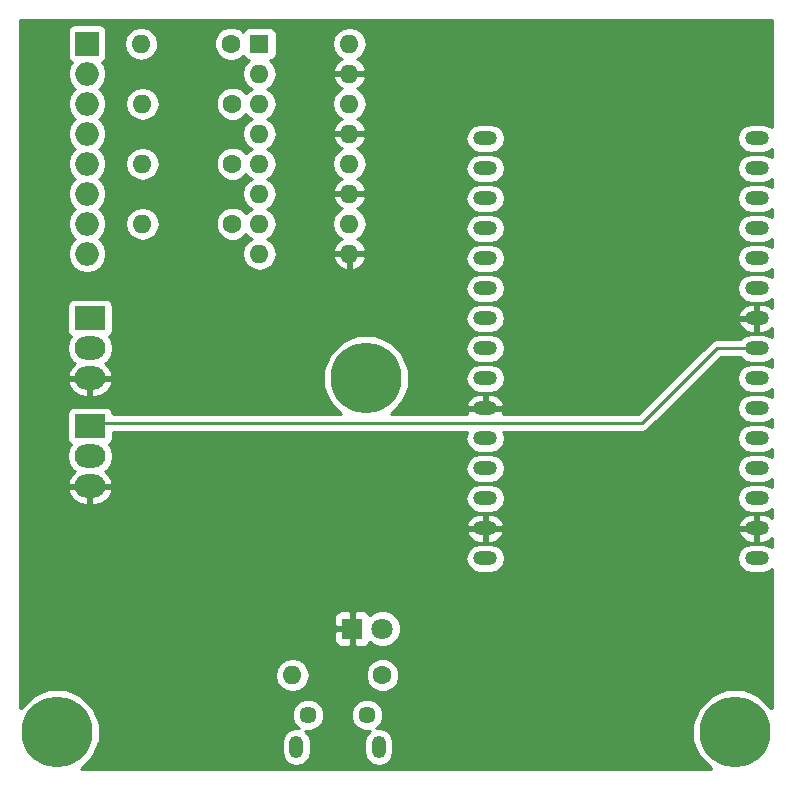
<source format=gbr>
G04 #@! TF.FileFunction,Copper,L2,Bot,Signal*
%FSLAX46Y46*%
G04 Gerber Fmt 4.6, Leading zero omitted, Abs format (unit mm)*
G04 Created by KiCad (PCBNEW 4.0.7) date 07/11/18 14:17:59*
%MOMM*%
%LPD*%
G01*
G04 APERTURE LIST*
%ADD10C,0.100000*%
%ADD11O,2.000000X1.200000*%
%ADD12R,1.800000X1.800000*%
%ADD13C,1.800000*%
%ADD14O,1.998980X1.998980*%
%ADD15R,1.998980X1.998980*%
%ADD16C,1.450000*%
%ADD17O,1.200000X1.900000*%
%ADD18C,1.600000*%
%ADD19O,1.600000X1.600000*%
%ADD20R,1.600000X1.600000*%
%ADD21C,6.000000*%
%ADD22R,2.600000X2.000000*%
%ADD23O,2.600000X2.000000*%
%ADD24C,0.250000*%
%ADD25C,0.254000*%
G04 APERTURE END LIST*
D10*
D11*
X190570000Y-63754000D03*
X167570000Y-63754000D03*
X190570000Y-66294000D03*
X167570000Y-66294000D03*
X190570000Y-68834000D03*
X167570000Y-68834000D03*
X190570000Y-71374000D03*
X167570000Y-71374000D03*
X190570000Y-73914000D03*
X167570000Y-73914000D03*
X190570000Y-76454000D03*
X167570000Y-76454000D03*
X190570000Y-78994000D03*
X167570000Y-78994000D03*
X190570000Y-81534000D03*
X167570000Y-81534000D03*
X190570000Y-84074000D03*
X167570000Y-84074000D03*
X190570000Y-86614000D03*
X167570000Y-86614000D03*
X190570000Y-89154000D03*
X167570000Y-89154000D03*
X190570000Y-91694000D03*
X167570000Y-91694000D03*
X190570000Y-94234000D03*
X167570000Y-94234000D03*
X190570000Y-96774000D03*
X167570000Y-96774000D03*
X190570000Y-99314000D03*
X167570000Y-99314000D03*
D12*
X156337000Y-105283000D03*
D13*
X158877000Y-105283000D03*
D14*
X133858000Y-63373000D03*
D15*
X133858000Y-55753000D03*
D14*
X133858000Y-58293000D03*
X133858000Y-60833000D03*
X133858000Y-65913000D03*
X133858000Y-68453000D03*
X133858000Y-70993000D03*
X133858000Y-73533000D03*
D16*
X152567000Y-112585000D03*
X157567000Y-112585000D03*
D17*
X151567000Y-115285000D03*
X158567000Y-115285000D03*
D18*
X146050000Y-55753000D03*
D19*
X138430000Y-55753000D03*
D18*
X146177000Y-60833000D03*
D19*
X138557000Y-60833000D03*
D18*
X146177000Y-65913000D03*
D19*
X138557000Y-65913000D03*
D18*
X146177000Y-70993000D03*
D19*
X138557000Y-70993000D03*
D18*
X158877000Y-109220000D03*
D19*
X151257000Y-109220000D03*
D20*
X148463000Y-55753000D03*
D19*
X156083000Y-73533000D03*
X148463000Y-58293000D03*
X156083000Y-70993000D03*
X148463000Y-60833000D03*
X156083000Y-68453000D03*
X148463000Y-63373000D03*
X156083000Y-65913000D03*
X148463000Y-65913000D03*
X156083000Y-63373000D03*
X148463000Y-68453000D03*
X156083000Y-60833000D03*
X148463000Y-70993000D03*
X156083000Y-58293000D03*
X148463000Y-73533000D03*
X156083000Y-55753000D03*
D21*
X131318000Y-114046000D03*
X188722000Y-114046000D03*
X157480000Y-84074000D03*
D22*
X134112000Y-78994000D03*
D23*
X134112000Y-81534000D03*
X134112000Y-84074000D03*
D22*
X134112000Y-88138000D03*
D23*
X134112000Y-90678000D03*
X134112000Y-93218000D03*
D24*
X190570000Y-81534000D02*
X187198000Y-81534000D01*
X180848000Y-87884000D02*
X134366000Y-87884000D01*
X187198000Y-81534000D02*
X180848000Y-87884000D01*
X134366000Y-87884000D02*
X134112000Y-88138000D01*
D25*
G36*
X191822000Y-62845103D02*
X191474646Y-62613009D01*
X191002032Y-62519000D01*
X190137968Y-62519000D01*
X189665354Y-62613009D01*
X189264691Y-62880723D01*
X188996977Y-63281386D01*
X188902968Y-63754000D01*
X188996977Y-64226614D01*
X189264691Y-64627277D01*
X189665354Y-64894991D01*
X190137968Y-64989000D01*
X191002032Y-64989000D01*
X191474646Y-64894991D01*
X191822000Y-64662897D01*
X191822000Y-65385103D01*
X191474646Y-65153009D01*
X191002032Y-65059000D01*
X190137968Y-65059000D01*
X189665354Y-65153009D01*
X189264691Y-65420723D01*
X188996977Y-65821386D01*
X188902968Y-66294000D01*
X188996977Y-66766614D01*
X189264691Y-67167277D01*
X189665354Y-67434991D01*
X190137968Y-67529000D01*
X191002032Y-67529000D01*
X191474646Y-67434991D01*
X191822000Y-67202897D01*
X191822000Y-67925103D01*
X191474646Y-67693009D01*
X191002032Y-67599000D01*
X190137968Y-67599000D01*
X189665354Y-67693009D01*
X189264691Y-67960723D01*
X188996977Y-68361386D01*
X188902968Y-68834000D01*
X188996977Y-69306614D01*
X189264691Y-69707277D01*
X189665354Y-69974991D01*
X190137968Y-70069000D01*
X191002032Y-70069000D01*
X191474646Y-69974991D01*
X191822000Y-69742897D01*
X191822000Y-70465103D01*
X191474646Y-70233009D01*
X191002032Y-70139000D01*
X190137968Y-70139000D01*
X189665354Y-70233009D01*
X189264691Y-70500723D01*
X188996977Y-70901386D01*
X188902968Y-71374000D01*
X188996977Y-71846614D01*
X189264691Y-72247277D01*
X189665354Y-72514991D01*
X190137968Y-72609000D01*
X191002032Y-72609000D01*
X191474646Y-72514991D01*
X191822000Y-72282897D01*
X191822000Y-73005103D01*
X191474646Y-72773009D01*
X191002032Y-72679000D01*
X190137968Y-72679000D01*
X189665354Y-72773009D01*
X189264691Y-73040723D01*
X188996977Y-73441386D01*
X188902968Y-73914000D01*
X188996977Y-74386614D01*
X189264691Y-74787277D01*
X189665354Y-75054991D01*
X190137968Y-75149000D01*
X191002032Y-75149000D01*
X191474646Y-75054991D01*
X191822000Y-74822897D01*
X191822000Y-75545103D01*
X191474646Y-75313009D01*
X191002032Y-75219000D01*
X190137968Y-75219000D01*
X189665354Y-75313009D01*
X189264691Y-75580723D01*
X188996977Y-75981386D01*
X188902968Y-76454000D01*
X188996977Y-76926614D01*
X189264691Y-77327277D01*
X189665354Y-77594991D01*
X190137968Y-77689000D01*
X191002032Y-77689000D01*
X191474646Y-77594991D01*
X191822000Y-77362897D01*
X191822000Y-78118563D01*
X191559947Y-77901610D01*
X191097000Y-77759000D01*
X190697000Y-77759000D01*
X190697000Y-78867000D01*
X190717000Y-78867000D01*
X190717000Y-79121000D01*
X190697000Y-79121000D01*
X190697000Y-80229000D01*
X191097000Y-80229000D01*
X191559947Y-80086390D01*
X191822000Y-79869437D01*
X191822000Y-80625103D01*
X191474646Y-80393009D01*
X191002032Y-80299000D01*
X190137968Y-80299000D01*
X189665354Y-80393009D01*
X189264691Y-80660723D01*
X189189002Y-80774000D01*
X187198000Y-80774000D01*
X186907161Y-80831852D01*
X186660599Y-80996599D01*
X180533198Y-87124000D01*
X169077746Y-87124000D01*
X169159592Y-86969281D01*
X169163462Y-86931609D01*
X169038731Y-86741000D01*
X167697000Y-86741000D01*
X167697000Y-86761000D01*
X167443000Y-86761000D01*
X167443000Y-86741000D01*
X166101269Y-86741000D01*
X165976538Y-86931609D01*
X165980408Y-86969281D01*
X166062254Y-87124000D01*
X159569830Y-87124000D01*
X160398885Y-86296391D01*
X165976538Y-86296391D01*
X166101269Y-86487000D01*
X167443000Y-86487000D01*
X167443000Y-85379000D01*
X167697000Y-85379000D01*
X167697000Y-86487000D01*
X169038731Y-86487000D01*
X169163462Y-86296391D01*
X169159592Y-86258719D01*
X168933080Y-85830526D01*
X168559947Y-85521610D01*
X168097000Y-85379000D01*
X167697000Y-85379000D01*
X167443000Y-85379000D01*
X167043000Y-85379000D01*
X166580053Y-85521610D01*
X166206920Y-85830526D01*
X165980408Y-86258719D01*
X165976538Y-86296391D01*
X160398885Y-86296391D01*
X160559806Y-86135751D01*
X161114368Y-84800218D01*
X161115001Y-84074000D01*
X165902968Y-84074000D01*
X165996977Y-84546614D01*
X166264691Y-84947277D01*
X166665354Y-85214991D01*
X167137968Y-85309000D01*
X168002032Y-85309000D01*
X168474646Y-85214991D01*
X168875309Y-84947277D01*
X169143023Y-84546614D01*
X169237032Y-84074000D01*
X169143023Y-83601386D01*
X168875309Y-83200723D01*
X168474646Y-82933009D01*
X168002032Y-82839000D01*
X167137968Y-82839000D01*
X166665354Y-82933009D01*
X166264691Y-83200723D01*
X165996977Y-83601386D01*
X165902968Y-84074000D01*
X161115001Y-84074000D01*
X161115630Y-83354126D01*
X160563400Y-82017628D01*
X160080616Y-81534000D01*
X165902968Y-81534000D01*
X165996977Y-82006614D01*
X166264691Y-82407277D01*
X166665354Y-82674991D01*
X167137968Y-82769000D01*
X168002032Y-82769000D01*
X168474646Y-82674991D01*
X168875309Y-82407277D01*
X169143023Y-82006614D01*
X169237032Y-81534000D01*
X169143023Y-81061386D01*
X168875309Y-80660723D01*
X168474646Y-80393009D01*
X168002032Y-80299000D01*
X167137968Y-80299000D01*
X166665354Y-80393009D01*
X166264691Y-80660723D01*
X165996977Y-81061386D01*
X165902968Y-81534000D01*
X160080616Y-81534000D01*
X159541751Y-80994194D01*
X158206218Y-80439632D01*
X156760126Y-80438370D01*
X155423628Y-80990600D01*
X154400194Y-82012249D01*
X153845632Y-83347782D01*
X153844370Y-84793874D01*
X154396600Y-86130372D01*
X155388495Y-87124000D01*
X136056806Y-87124000D01*
X136015162Y-86902683D01*
X135876090Y-86686559D01*
X135663890Y-86541569D01*
X135412000Y-86490560D01*
X132812000Y-86490560D01*
X132576683Y-86534838D01*
X132360559Y-86673910D01*
X132215569Y-86886110D01*
X132164560Y-87138000D01*
X132164560Y-89138000D01*
X132208838Y-89373317D01*
X132347910Y-89589441D01*
X132502329Y-89694951D01*
X132263548Y-90052313D01*
X132139091Y-90678000D01*
X132263548Y-91303687D01*
X132617971Y-91834120D01*
X132808188Y-91961219D01*
X132566078Y-92151683D01*
X132252856Y-92709645D01*
X132221876Y-92837566D01*
X132341223Y-93091000D01*
X133985000Y-93091000D01*
X133985000Y-93071000D01*
X134239000Y-93071000D01*
X134239000Y-93091000D01*
X135882777Y-93091000D01*
X136002124Y-92837566D01*
X135971144Y-92709645D01*
X135657922Y-92151683D01*
X135415812Y-91961219D01*
X135606029Y-91834120D01*
X135699653Y-91694000D01*
X165902968Y-91694000D01*
X165996977Y-92166614D01*
X166264691Y-92567277D01*
X166665354Y-92834991D01*
X167137968Y-92929000D01*
X168002032Y-92929000D01*
X168474646Y-92834991D01*
X168875309Y-92567277D01*
X169143023Y-92166614D01*
X169237032Y-91694000D01*
X169143023Y-91221386D01*
X168875309Y-90820723D01*
X168474646Y-90553009D01*
X168002032Y-90459000D01*
X167137968Y-90459000D01*
X166665354Y-90553009D01*
X166264691Y-90820723D01*
X165996977Y-91221386D01*
X165902968Y-91694000D01*
X135699653Y-91694000D01*
X135960452Y-91303687D01*
X136084909Y-90678000D01*
X135960452Y-90052313D01*
X135720907Y-89693808D01*
X135863441Y-89602090D01*
X136008431Y-89389890D01*
X136059440Y-89138000D01*
X136059440Y-88644000D01*
X166021957Y-88644000D01*
X165996977Y-88681386D01*
X165902968Y-89154000D01*
X165996977Y-89626614D01*
X166264691Y-90027277D01*
X166665354Y-90294991D01*
X167137968Y-90389000D01*
X168002032Y-90389000D01*
X168474646Y-90294991D01*
X168875309Y-90027277D01*
X169143023Y-89626614D01*
X169237032Y-89154000D01*
X169143023Y-88681386D01*
X169118043Y-88644000D01*
X180848000Y-88644000D01*
X181138839Y-88586148D01*
X181385401Y-88421401D01*
X187512802Y-82294000D01*
X189189002Y-82294000D01*
X189264691Y-82407277D01*
X189665354Y-82674991D01*
X190137968Y-82769000D01*
X191002032Y-82769000D01*
X191474646Y-82674991D01*
X191822000Y-82442897D01*
X191822000Y-83165103D01*
X191474646Y-82933009D01*
X191002032Y-82839000D01*
X190137968Y-82839000D01*
X189665354Y-82933009D01*
X189264691Y-83200723D01*
X188996977Y-83601386D01*
X188902968Y-84074000D01*
X188996977Y-84546614D01*
X189264691Y-84947277D01*
X189665354Y-85214991D01*
X190137968Y-85309000D01*
X191002032Y-85309000D01*
X191474646Y-85214991D01*
X191822000Y-84982897D01*
X191822000Y-85705103D01*
X191474646Y-85473009D01*
X191002032Y-85379000D01*
X190137968Y-85379000D01*
X189665354Y-85473009D01*
X189264691Y-85740723D01*
X188996977Y-86141386D01*
X188902968Y-86614000D01*
X188996977Y-87086614D01*
X189264691Y-87487277D01*
X189665354Y-87754991D01*
X190137968Y-87849000D01*
X191002032Y-87849000D01*
X191474646Y-87754991D01*
X191822000Y-87522897D01*
X191822000Y-88245103D01*
X191474646Y-88013009D01*
X191002032Y-87919000D01*
X190137968Y-87919000D01*
X189665354Y-88013009D01*
X189264691Y-88280723D01*
X188996977Y-88681386D01*
X188902968Y-89154000D01*
X188996977Y-89626614D01*
X189264691Y-90027277D01*
X189665354Y-90294991D01*
X190137968Y-90389000D01*
X191002032Y-90389000D01*
X191474646Y-90294991D01*
X191822000Y-90062897D01*
X191822000Y-90785103D01*
X191474646Y-90553009D01*
X191002032Y-90459000D01*
X190137968Y-90459000D01*
X189665354Y-90553009D01*
X189264691Y-90820723D01*
X188996977Y-91221386D01*
X188902968Y-91694000D01*
X188996977Y-92166614D01*
X189264691Y-92567277D01*
X189665354Y-92834991D01*
X190137968Y-92929000D01*
X191002032Y-92929000D01*
X191474646Y-92834991D01*
X191822000Y-92602897D01*
X191822000Y-93325103D01*
X191474646Y-93093009D01*
X191002032Y-92999000D01*
X190137968Y-92999000D01*
X189665354Y-93093009D01*
X189264691Y-93360723D01*
X188996977Y-93761386D01*
X188902968Y-94234000D01*
X188996977Y-94706614D01*
X189264691Y-95107277D01*
X189665354Y-95374991D01*
X190137968Y-95469000D01*
X191002032Y-95469000D01*
X191474646Y-95374991D01*
X191822000Y-95142897D01*
X191822000Y-95898563D01*
X191559947Y-95681610D01*
X191097000Y-95539000D01*
X190697000Y-95539000D01*
X190697000Y-96647000D01*
X190717000Y-96647000D01*
X190717000Y-96901000D01*
X190697000Y-96901000D01*
X190697000Y-98009000D01*
X191097000Y-98009000D01*
X191559947Y-97866390D01*
X191822000Y-97649437D01*
X191822000Y-98405103D01*
X191474646Y-98173009D01*
X191002032Y-98079000D01*
X190137968Y-98079000D01*
X189665354Y-98173009D01*
X189264691Y-98440723D01*
X188996977Y-98841386D01*
X188902968Y-99314000D01*
X188996977Y-99786614D01*
X189264691Y-100187277D01*
X189665354Y-100454991D01*
X190137968Y-100549000D01*
X191002032Y-100549000D01*
X191474646Y-100454991D01*
X191822000Y-100222897D01*
X191822000Y-112029803D01*
X191805400Y-111989628D01*
X190783751Y-110966194D01*
X189448218Y-110411632D01*
X188002126Y-110410370D01*
X186665628Y-110962600D01*
X185642194Y-111984249D01*
X185087632Y-113319782D01*
X185086370Y-114765874D01*
X185638600Y-116102372D01*
X186660249Y-117125806D01*
X186708882Y-117146000D01*
X133334197Y-117146000D01*
X133374372Y-117129400D01*
X134397806Y-116107751D01*
X134897668Y-114903948D01*
X150332000Y-114903948D01*
X150332000Y-115666052D01*
X150426009Y-116138666D01*
X150693723Y-116539329D01*
X151094386Y-116807043D01*
X151567000Y-116901052D01*
X152039614Y-116807043D01*
X152440277Y-116539329D01*
X152707991Y-116138666D01*
X152802000Y-115666052D01*
X152802000Y-114903948D01*
X152707991Y-114431334D01*
X152440277Y-114030671D01*
X152311728Y-113944777D01*
X152836334Y-113945236D01*
X153336372Y-113738624D01*
X153719280Y-113356384D01*
X153926763Y-112856708D01*
X153926765Y-112854334D01*
X156206764Y-112854334D01*
X156413376Y-113354372D01*
X156795616Y-113737280D01*
X157295292Y-113944763D01*
X157821605Y-113945223D01*
X157693723Y-114030671D01*
X157426009Y-114431334D01*
X157332000Y-114903948D01*
X157332000Y-115666052D01*
X157426009Y-116138666D01*
X157693723Y-116539329D01*
X158094386Y-116807043D01*
X158567000Y-116901052D01*
X159039614Y-116807043D01*
X159440277Y-116539329D01*
X159707991Y-116138666D01*
X159802000Y-115666052D01*
X159802000Y-114903948D01*
X159707991Y-114431334D01*
X159440277Y-114030671D01*
X159039614Y-113762957D01*
X158567000Y-113668948D01*
X158366148Y-113708900D01*
X158719280Y-113356384D01*
X158926763Y-112856708D01*
X158927236Y-112315666D01*
X158720624Y-111815628D01*
X158338384Y-111432720D01*
X157838708Y-111225237D01*
X157297666Y-111224764D01*
X156797628Y-111431376D01*
X156414720Y-111813616D01*
X156207237Y-112313292D01*
X156206764Y-112854334D01*
X153926765Y-112854334D01*
X153927236Y-112315666D01*
X153720624Y-111815628D01*
X153338384Y-111432720D01*
X152838708Y-111225237D01*
X152297666Y-111224764D01*
X151797628Y-111431376D01*
X151414720Y-111813616D01*
X151207237Y-112313292D01*
X151206764Y-112854334D01*
X151413376Y-113354372D01*
X151767145Y-113708759D01*
X151567000Y-113668948D01*
X151094386Y-113762957D01*
X150693723Y-114030671D01*
X150426009Y-114431334D01*
X150332000Y-114903948D01*
X134897668Y-114903948D01*
X134952368Y-114772218D01*
X134953630Y-113326126D01*
X134401400Y-111989628D01*
X133379751Y-110966194D01*
X132044218Y-110411632D01*
X130598126Y-110410370D01*
X129261628Y-110962600D01*
X128238194Y-111984249D01*
X128218000Y-112032882D01*
X128218000Y-109220000D01*
X149793887Y-109220000D01*
X149903120Y-109769151D01*
X150214189Y-110234698D01*
X150679736Y-110545767D01*
X151228887Y-110655000D01*
X151285113Y-110655000D01*
X151834264Y-110545767D01*
X152299811Y-110234698D01*
X152610880Y-109769151D01*
X152663584Y-109504187D01*
X157441752Y-109504187D01*
X157659757Y-110031800D01*
X158063077Y-110435824D01*
X158590309Y-110654750D01*
X159161187Y-110655248D01*
X159688800Y-110437243D01*
X160092824Y-110033923D01*
X160311750Y-109506691D01*
X160312248Y-108935813D01*
X160094243Y-108408200D01*
X159690923Y-108004176D01*
X159163691Y-107785250D01*
X158592813Y-107784752D01*
X158065200Y-108002757D01*
X157661176Y-108406077D01*
X157442250Y-108933309D01*
X157441752Y-109504187D01*
X152663584Y-109504187D01*
X152720113Y-109220000D01*
X152610880Y-108670849D01*
X152299811Y-108205302D01*
X151834264Y-107894233D01*
X151285113Y-107785000D01*
X151228887Y-107785000D01*
X150679736Y-107894233D01*
X150214189Y-108205302D01*
X149903120Y-108670849D01*
X149793887Y-109220000D01*
X128218000Y-109220000D01*
X128218000Y-105568750D01*
X154802000Y-105568750D01*
X154802000Y-106309310D01*
X154898673Y-106542699D01*
X155077302Y-106721327D01*
X155310691Y-106818000D01*
X156051250Y-106818000D01*
X156210000Y-106659250D01*
X156210000Y-105410000D01*
X154960750Y-105410000D01*
X154802000Y-105568750D01*
X128218000Y-105568750D01*
X128218000Y-104256690D01*
X154802000Y-104256690D01*
X154802000Y-104997250D01*
X154960750Y-105156000D01*
X156210000Y-105156000D01*
X156210000Y-103906750D01*
X156464000Y-103906750D01*
X156464000Y-105156000D01*
X156484000Y-105156000D01*
X156484000Y-105410000D01*
X156464000Y-105410000D01*
X156464000Y-106659250D01*
X156622750Y-106818000D01*
X157363309Y-106818000D01*
X157596698Y-106721327D01*
X157775327Y-106542699D01*
X157831119Y-106408006D01*
X158006357Y-106583551D01*
X158570330Y-106817733D01*
X159180991Y-106818265D01*
X159745371Y-106585068D01*
X160177551Y-106153643D01*
X160411733Y-105589670D01*
X160412265Y-104979009D01*
X160179068Y-104414629D01*
X159747643Y-103982449D01*
X159183670Y-103748267D01*
X158573009Y-103747735D01*
X158008629Y-103980932D01*
X157831159Y-104158092D01*
X157775327Y-104023301D01*
X157596698Y-103844673D01*
X157363309Y-103748000D01*
X156622750Y-103748000D01*
X156464000Y-103906750D01*
X156210000Y-103906750D01*
X156051250Y-103748000D01*
X155310691Y-103748000D01*
X155077302Y-103844673D01*
X154898673Y-104023301D01*
X154802000Y-104256690D01*
X128218000Y-104256690D01*
X128218000Y-99314000D01*
X165902968Y-99314000D01*
X165996977Y-99786614D01*
X166264691Y-100187277D01*
X166665354Y-100454991D01*
X167137968Y-100549000D01*
X168002032Y-100549000D01*
X168474646Y-100454991D01*
X168875309Y-100187277D01*
X169143023Y-99786614D01*
X169237032Y-99314000D01*
X169143023Y-98841386D01*
X168875309Y-98440723D01*
X168474646Y-98173009D01*
X168002032Y-98079000D01*
X167137968Y-98079000D01*
X166665354Y-98173009D01*
X166264691Y-98440723D01*
X165996977Y-98841386D01*
X165902968Y-99314000D01*
X128218000Y-99314000D01*
X128218000Y-97091609D01*
X165976538Y-97091609D01*
X165980408Y-97129281D01*
X166206920Y-97557474D01*
X166580053Y-97866390D01*
X167043000Y-98009000D01*
X167443000Y-98009000D01*
X167443000Y-96901000D01*
X167697000Y-96901000D01*
X167697000Y-98009000D01*
X168097000Y-98009000D01*
X168559947Y-97866390D01*
X168933080Y-97557474D01*
X169159592Y-97129281D01*
X169163462Y-97091609D01*
X188976538Y-97091609D01*
X188980408Y-97129281D01*
X189206920Y-97557474D01*
X189580053Y-97866390D01*
X190043000Y-98009000D01*
X190443000Y-98009000D01*
X190443000Y-96901000D01*
X189101269Y-96901000D01*
X188976538Y-97091609D01*
X169163462Y-97091609D01*
X169038731Y-96901000D01*
X167697000Y-96901000D01*
X167443000Y-96901000D01*
X166101269Y-96901000D01*
X165976538Y-97091609D01*
X128218000Y-97091609D01*
X128218000Y-96456391D01*
X165976538Y-96456391D01*
X166101269Y-96647000D01*
X167443000Y-96647000D01*
X167443000Y-95539000D01*
X167697000Y-95539000D01*
X167697000Y-96647000D01*
X169038731Y-96647000D01*
X169163462Y-96456391D01*
X188976538Y-96456391D01*
X189101269Y-96647000D01*
X190443000Y-96647000D01*
X190443000Y-95539000D01*
X190043000Y-95539000D01*
X189580053Y-95681610D01*
X189206920Y-95990526D01*
X188980408Y-96418719D01*
X188976538Y-96456391D01*
X169163462Y-96456391D01*
X169159592Y-96418719D01*
X168933080Y-95990526D01*
X168559947Y-95681610D01*
X168097000Y-95539000D01*
X167697000Y-95539000D01*
X167443000Y-95539000D01*
X167043000Y-95539000D01*
X166580053Y-95681610D01*
X166206920Y-95990526D01*
X165980408Y-96418719D01*
X165976538Y-96456391D01*
X128218000Y-96456391D01*
X128218000Y-93598434D01*
X132221876Y-93598434D01*
X132252856Y-93726355D01*
X132566078Y-94284317D01*
X133068980Y-94679942D01*
X133685000Y-94853000D01*
X133985000Y-94853000D01*
X133985000Y-93345000D01*
X134239000Y-93345000D01*
X134239000Y-94853000D01*
X134539000Y-94853000D01*
X135155020Y-94679942D01*
X135657922Y-94284317D01*
X135686168Y-94234000D01*
X165902968Y-94234000D01*
X165996977Y-94706614D01*
X166264691Y-95107277D01*
X166665354Y-95374991D01*
X167137968Y-95469000D01*
X168002032Y-95469000D01*
X168474646Y-95374991D01*
X168875309Y-95107277D01*
X169143023Y-94706614D01*
X169237032Y-94234000D01*
X169143023Y-93761386D01*
X168875309Y-93360723D01*
X168474646Y-93093009D01*
X168002032Y-92999000D01*
X167137968Y-92999000D01*
X166665354Y-93093009D01*
X166264691Y-93360723D01*
X165996977Y-93761386D01*
X165902968Y-94234000D01*
X135686168Y-94234000D01*
X135971144Y-93726355D01*
X136002124Y-93598434D01*
X135882777Y-93345000D01*
X134239000Y-93345000D01*
X133985000Y-93345000D01*
X132341223Y-93345000D01*
X132221876Y-93598434D01*
X128218000Y-93598434D01*
X128218000Y-84454434D01*
X132221876Y-84454434D01*
X132252856Y-84582355D01*
X132566078Y-85140317D01*
X133068980Y-85535942D01*
X133685000Y-85709000D01*
X133985000Y-85709000D01*
X133985000Y-84201000D01*
X134239000Y-84201000D01*
X134239000Y-85709000D01*
X134539000Y-85709000D01*
X135155020Y-85535942D01*
X135657922Y-85140317D01*
X135971144Y-84582355D01*
X136002124Y-84454434D01*
X135882777Y-84201000D01*
X134239000Y-84201000D01*
X133985000Y-84201000D01*
X132341223Y-84201000D01*
X132221876Y-84454434D01*
X128218000Y-84454434D01*
X128218000Y-81534000D01*
X132139091Y-81534000D01*
X132263548Y-82159687D01*
X132617971Y-82690120D01*
X132808188Y-82817219D01*
X132566078Y-83007683D01*
X132252856Y-83565645D01*
X132221876Y-83693566D01*
X132341223Y-83947000D01*
X133985000Y-83947000D01*
X133985000Y-83927000D01*
X134239000Y-83927000D01*
X134239000Y-83947000D01*
X135882777Y-83947000D01*
X136002124Y-83693566D01*
X135971144Y-83565645D01*
X135657922Y-83007683D01*
X135415812Y-82817219D01*
X135606029Y-82690120D01*
X135960452Y-82159687D01*
X136084909Y-81534000D01*
X135960452Y-80908313D01*
X135720907Y-80549808D01*
X135863441Y-80458090D01*
X136008431Y-80245890D01*
X136059440Y-79994000D01*
X136059440Y-78994000D01*
X165902968Y-78994000D01*
X165996977Y-79466614D01*
X166264691Y-79867277D01*
X166665354Y-80134991D01*
X167137968Y-80229000D01*
X168002032Y-80229000D01*
X168474646Y-80134991D01*
X168875309Y-79867277D01*
X169143023Y-79466614D01*
X169173855Y-79311609D01*
X188976538Y-79311609D01*
X188980408Y-79349281D01*
X189206920Y-79777474D01*
X189580053Y-80086390D01*
X190043000Y-80229000D01*
X190443000Y-80229000D01*
X190443000Y-79121000D01*
X189101269Y-79121000D01*
X188976538Y-79311609D01*
X169173855Y-79311609D01*
X169237032Y-78994000D01*
X169173856Y-78676391D01*
X188976538Y-78676391D01*
X189101269Y-78867000D01*
X190443000Y-78867000D01*
X190443000Y-77759000D01*
X190043000Y-77759000D01*
X189580053Y-77901610D01*
X189206920Y-78210526D01*
X188980408Y-78638719D01*
X188976538Y-78676391D01*
X169173856Y-78676391D01*
X169143023Y-78521386D01*
X168875309Y-78120723D01*
X168474646Y-77853009D01*
X168002032Y-77759000D01*
X167137968Y-77759000D01*
X166665354Y-77853009D01*
X166264691Y-78120723D01*
X165996977Y-78521386D01*
X165902968Y-78994000D01*
X136059440Y-78994000D01*
X136059440Y-77994000D01*
X136015162Y-77758683D01*
X135876090Y-77542559D01*
X135663890Y-77397569D01*
X135412000Y-77346560D01*
X132812000Y-77346560D01*
X132576683Y-77390838D01*
X132360559Y-77529910D01*
X132215569Y-77742110D01*
X132164560Y-77994000D01*
X132164560Y-79994000D01*
X132208838Y-80229317D01*
X132347910Y-80445441D01*
X132502329Y-80550951D01*
X132263548Y-80908313D01*
X132139091Y-81534000D01*
X128218000Y-81534000D01*
X128218000Y-76454000D01*
X165902968Y-76454000D01*
X165996977Y-76926614D01*
X166264691Y-77327277D01*
X166665354Y-77594991D01*
X167137968Y-77689000D01*
X168002032Y-77689000D01*
X168474646Y-77594991D01*
X168875309Y-77327277D01*
X169143023Y-76926614D01*
X169237032Y-76454000D01*
X169143023Y-75981386D01*
X168875309Y-75580723D01*
X168474646Y-75313009D01*
X168002032Y-75219000D01*
X167137968Y-75219000D01*
X166665354Y-75313009D01*
X166264691Y-75580723D01*
X165996977Y-75981386D01*
X165902968Y-76454000D01*
X128218000Y-76454000D01*
X128218000Y-54753510D01*
X132211070Y-54753510D01*
X132211070Y-56752490D01*
X132255348Y-56987807D01*
X132394420Y-57203931D01*
X132560473Y-57317390D01*
X132347928Y-57635486D01*
X132223510Y-58260978D01*
X132223510Y-58325022D01*
X132347928Y-58950514D01*
X132702241Y-59480781D01*
X132825290Y-59563000D01*
X132702241Y-59645219D01*
X132347928Y-60175486D01*
X132223510Y-60800978D01*
X132223510Y-60865022D01*
X132347928Y-61490514D01*
X132702241Y-62020781D01*
X132825290Y-62103000D01*
X132702241Y-62185219D01*
X132347928Y-62715486D01*
X132223510Y-63340978D01*
X132223510Y-63405022D01*
X132347928Y-64030514D01*
X132702241Y-64560781D01*
X132825290Y-64643000D01*
X132702241Y-64725219D01*
X132347928Y-65255486D01*
X132223510Y-65880978D01*
X132223510Y-65945022D01*
X132347928Y-66570514D01*
X132702241Y-67100781D01*
X132825290Y-67183000D01*
X132702241Y-67265219D01*
X132347928Y-67795486D01*
X132223510Y-68420978D01*
X132223510Y-68485022D01*
X132347928Y-69110514D01*
X132702241Y-69640781D01*
X132825290Y-69723000D01*
X132702241Y-69805219D01*
X132347928Y-70335486D01*
X132223510Y-70960978D01*
X132223510Y-71025022D01*
X132347928Y-71650514D01*
X132702241Y-72180781D01*
X132825290Y-72263000D01*
X132702241Y-72345219D01*
X132347928Y-72875486D01*
X132223510Y-73500978D01*
X132223510Y-73565022D01*
X132347928Y-74190514D01*
X132702241Y-74720781D01*
X133232508Y-75075094D01*
X133858000Y-75199512D01*
X134483492Y-75075094D01*
X135013759Y-74720781D01*
X135368072Y-74190514D01*
X135492490Y-73565022D01*
X135492490Y-73500978D01*
X135368072Y-72875486D01*
X135013759Y-72345219D01*
X134890710Y-72263000D01*
X135013759Y-72180781D01*
X135368072Y-71650514D01*
X135492490Y-71025022D01*
X135492490Y-70993000D01*
X137093887Y-70993000D01*
X137203120Y-71542151D01*
X137514189Y-72007698D01*
X137979736Y-72318767D01*
X138528887Y-72428000D01*
X138585113Y-72428000D01*
X139134264Y-72318767D01*
X139599811Y-72007698D01*
X139910880Y-71542151D01*
X140020113Y-70993000D01*
X139910880Y-70443849D01*
X139599811Y-69978302D01*
X139134264Y-69667233D01*
X138585113Y-69558000D01*
X138528887Y-69558000D01*
X137979736Y-69667233D01*
X137514189Y-69978302D01*
X137203120Y-70443849D01*
X137093887Y-70993000D01*
X135492490Y-70993000D01*
X135492490Y-70960978D01*
X135368072Y-70335486D01*
X135013759Y-69805219D01*
X134890710Y-69723000D01*
X135013759Y-69640781D01*
X135368072Y-69110514D01*
X135492490Y-68485022D01*
X135492490Y-68420978D01*
X135368072Y-67795486D01*
X135013759Y-67265219D01*
X134890710Y-67183000D01*
X135013759Y-67100781D01*
X135368072Y-66570514D01*
X135492490Y-65945022D01*
X135492490Y-65913000D01*
X137093887Y-65913000D01*
X137203120Y-66462151D01*
X137514189Y-66927698D01*
X137979736Y-67238767D01*
X138528887Y-67348000D01*
X138585113Y-67348000D01*
X139134264Y-67238767D01*
X139599811Y-66927698D01*
X139910880Y-66462151D01*
X140020113Y-65913000D01*
X139910880Y-65363849D01*
X139599811Y-64898302D01*
X139134264Y-64587233D01*
X138585113Y-64478000D01*
X138528887Y-64478000D01*
X137979736Y-64587233D01*
X137514189Y-64898302D01*
X137203120Y-65363849D01*
X137093887Y-65913000D01*
X135492490Y-65913000D01*
X135492490Y-65880978D01*
X135368072Y-65255486D01*
X135013759Y-64725219D01*
X134890710Y-64643000D01*
X135013759Y-64560781D01*
X135368072Y-64030514D01*
X135492490Y-63405022D01*
X135492490Y-63340978D01*
X135368072Y-62715486D01*
X135013759Y-62185219D01*
X134890710Y-62103000D01*
X135013759Y-62020781D01*
X135368072Y-61490514D01*
X135492490Y-60865022D01*
X135492490Y-60833000D01*
X137093887Y-60833000D01*
X137203120Y-61382151D01*
X137514189Y-61847698D01*
X137979736Y-62158767D01*
X138528887Y-62268000D01*
X138585113Y-62268000D01*
X139134264Y-62158767D01*
X139599811Y-61847698D01*
X139910880Y-61382151D01*
X140020113Y-60833000D01*
X139910880Y-60283849D01*
X139599811Y-59818302D01*
X139134264Y-59507233D01*
X138585113Y-59398000D01*
X138528887Y-59398000D01*
X137979736Y-59507233D01*
X137514189Y-59818302D01*
X137203120Y-60283849D01*
X137093887Y-60833000D01*
X135492490Y-60833000D01*
X135492490Y-60800978D01*
X135368072Y-60175486D01*
X135013759Y-59645219D01*
X134890710Y-59563000D01*
X135013759Y-59480781D01*
X135368072Y-58950514D01*
X135492490Y-58325022D01*
X135492490Y-58260978D01*
X135368072Y-57635486D01*
X135154547Y-57315923D01*
X135308931Y-57216580D01*
X135453921Y-57004380D01*
X135504930Y-56752490D01*
X135504930Y-55753000D01*
X136966887Y-55753000D01*
X137076120Y-56302151D01*
X137387189Y-56767698D01*
X137852736Y-57078767D01*
X138401887Y-57188000D01*
X138458113Y-57188000D01*
X139007264Y-57078767D01*
X139472811Y-56767698D01*
X139783880Y-56302151D01*
X139836584Y-56037187D01*
X144614752Y-56037187D01*
X144832757Y-56564800D01*
X145236077Y-56968824D01*
X145763309Y-57187750D01*
X146334187Y-57188248D01*
X146861800Y-56970243D01*
X147057340Y-56775043D01*
X147059838Y-56788317D01*
X147198910Y-57004441D01*
X147411110Y-57149431D01*
X147566089Y-57180815D01*
X147420189Y-57278302D01*
X147109120Y-57743849D01*
X146999887Y-58293000D01*
X147109120Y-58842151D01*
X147420189Y-59307698D01*
X147802275Y-59563000D01*
X147420189Y-59818302D01*
X147328573Y-59955415D01*
X146990923Y-59617176D01*
X146463691Y-59398250D01*
X145892813Y-59397752D01*
X145365200Y-59615757D01*
X144961176Y-60019077D01*
X144742250Y-60546309D01*
X144741752Y-61117187D01*
X144959757Y-61644800D01*
X145363077Y-62048824D01*
X145890309Y-62267750D01*
X146461187Y-62268248D01*
X146988800Y-62050243D01*
X147328764Y-61710871D01*
X147420189Y-61847698D01*
X147802275Y-62103000D01*
X147420189Y-62358302D01*
X147109120Y-62823849D01*
X146999887Y-63373000D01*
X147109120Y-63922151D01*
X147420189Y-64387698D01*
X147802275Y-64643000D01*
X147420189Y-64898302D01*
X147328573Y-65035415D01*
X146990923Y-64697176D01*
X146463691Y-64478250D01*
X145892813Y-64477752D01*
X145365200Y-64695757D01*
X144961176Y-65099077D01*
X144742250Y-65626309D01*
X144741752Y-66197187D01*
X144959757Y-66724800D01*
X145363077Y-67128824D01*
X145890309Y-67347750D01*
X146461187Y-67348248D01*
X146988800Y-67130243D01*
X147328764Y-66790871D01*
X147420189Y-66927698D01*
X147802275Y-67183000D01*
X147420189Y-67438302D01*
X147109120Y-67903849D01*
X146999887Y-68453000D01*
X147109120Y-69002151D01*
X147420189Y-69467698D01*
X147802275Y-69723000D01*
X147420189Y-69978302D01*
X147328573Y-70115415D01*
X146990923Y-69777176D01*
X146463691Y-69558250D01*
X145892813Y-69557752D01*
X145365200Y-69775757D01*
X144961176Y-70179077D01*
X144742250Y-70706309D01*
X144741752Y-71277187D01*
X144959757Y-71804800D01*
X145363077Y-72208824D01*
X145890309Y-72427750D01*
X146461187Y-72428248D01*
X146988800Y-72210243D01*
X147328764Y-71870871D01*
X147420189Y-72007698D01*
X147802275Y-72263000D01*
X147420189Y-72518302D01*
X147109120Y-72983849D01*
X146999887Y-73533000D01*
X147109120Y-74082151D01*
X147420189Y-74547698D01*
X147885736Y-74858767D01*
X148434887Y-74968000D01*
X148491113Y-74968000D01*
X149040264Y-74858767D01*
X149505811Y-74547698D01*
X149816880Y-74082151D01*
X149856684Y-73882039D01*
X154691096Y-73882039D01*
X154851959Y-74270423D01*
X155227866Y-74685389D01*
X155733959Y-74924914D01*
X155956000Y-74803629D01*
X155956000Y-73660000D01*
X156210000Y-73660000D01*
X156210000Y-74803629D01*
X156432041Y-74924914D01*
X156938134Y-74685389D01*
X157314041Y-74270423D01*
X157461666Y-73914000D01*
X165902968Y-73914000D01*
X165996977Y-74386614D01*
X166264691Y-74787277D01*
X166665354Y-75054991D01*
X167137968Y-75149000D01*
X168002032Y-75149000D01*
X168474646Y-75054991D01*
X168875309Y-74787277D01*
X169143023Y-74386614D01*
X169237032Y-73914000D01*
X169143023Y-73441386D01*
X168875309Y-73040723D01*
X168474646Y-72773009D01*
X168002032Y-72679000D01*
X167137968Y-72679000D01*
X166665354Y-72773009D01*
X166264691Y-73040723D01*
X165996977Y-73441386D01*
X165902968Y-73914000D01*
X157461666Y-73914000D01*
X157474904Y-73882039D01*
X157352915Y-73660000D01*
X156210000Y-73660000D01*
X155956000Y-73660000D01*
X154813085Y-73660000D01*
X154691096Y-73882039D01*
X149856684Y-73882039D01*
X149926113Y-73533000D01*
X149816880Y-72983849D01*
X149505811Y-72518302D01*
X149123725Y-72263000D01*
X149505811Y-72007698D01*
X149816880Y-71542151D01*
X149926113Y-70993000D01*
X154619887Y-70993000D01*
X154729120Y-71542151D01*
X155040189Y-72007698D01*
X155444703Y-72277986D01*
X155227866Y-72380611D01*
X154851959Y-72795577D01*
X154691096Y-73183961D01*
X154813085Y-73406000D01*
X155956000Y-73406000D01*
X155956000Y-73386000D01*
X156210000Y-73386000D01*
X156210000Y-73406000D01*
X157352915Y-73406000D01*
X157474904Y-73183961D01*
X157314041Y-72795577D01*
X156938134Y-72380611D01*
X156721297Y-72277986D01*
X157125811Y-72007698D01*
X157436880Y-71542151D01*
X157470327Y-71374000D01*
X165902968Y-71374000D01*
X165996977Y-71846614D01*
X166264691Y-72247277D01*
X166665354Y-72514991D01*
X167137968Y-72609000D01*
X168002032Y-72609000D01*
X168474646Y-72514991D01*
X168875309Y-72247277D01*
X169143023Y-71846614D01*
X169237032Y-71374000D01*
X169143023Y-70901386D01*
X168875309Y-70500723D01*
X168474646Y-70233009D01*
X168002032Y-70139000D01*
X167137968Y-70139000D01*
X166665354Y-70233009D01*
X166264691Y-70500723D01*
X165996977Y-70901386D01*
X165902968Y-71374000D01*
X157470327Y-71374000D01*
X157546113Y-70993000D01*
X157436880Y-70443849D01*
X157125811Y-69978302D01*
X156721297Y-69708014D01*
X156938134Y-69605389D01*
X157314041Y-69190423D01*
X157461666Y-68834000D01*
X165902968Y-68834000D01*
X165996977Y-69306614D01*
X166264691Y-69707277D01*
X166665354Y-69974991D01*
X167137968Y-70069000D01*
X168002032Y-70069000D01*
X168474646Y-69974991D01*
X168875309Y-69707277D01*
X169143023Y-69306614D01*
X169237032Y-68834000D01*
X169143023Y-68361386D01*
X168875309Y-67960723D01*
X168474646Y-67693009D01*
X168002032Y-67599000D01*
X167137968Y-67599000D01*
X166665354Y-67693009D01*
X166264691Y-67960723D01*
X165996977Y-68361386D01*
X165902968Y-68834000D01*
X157461666Y-68834000D01*
X157474904Y-68802039D01*
X157352915Y-68580000D01*
X156210000Y-68580000D01*
X156210000Y-68600000D01*
X155956000Y-68600000D01*
X155956000Y-68580000D01*
X154813085Y-68580000D01*
X154691096Y-68802039D01*
X154851959Y-69190423D01*
X155227866Y-69605389D01*
X155444703Y-69708014D01*
X155040189Y-69978302D01*
X154729120Y-70443849D01*
X154619887Y-70993000D01*
X149926113Y-70993000D01*
X149816880Y-70443849D01*
X149505811Y-69978302D01*
X149123725Y-69723000D01*
X149505811Y-69467698D01*
X149816880Y-69002151D01*
X149926113Y-68453000D01*
X149816880Y-67903849D01*
X149505811Y-67438302D01*
X149123725Y-67183000D01*
X149505811Y-66927698D01*
X149816880Y-66462151D01*
X149926113Y-65913000D01*
X154619887Y-65913000D01*
X154729120Y-66462151D01*
X155040189Y-66927698D01*
X155444703Y-67197986D01*
X155227866Y-67300611D01*
X154851959Y-67715577D01*
X154691096Y-68103961D01*
X154813085Y-68326000D01*
X155956000Y-68326000D01*
X155956000Y-68306000D01*
X156210000Y-68306000D01*
X156210000Y-68326000D01*
X157352915Y-68326000D01*
X157474904Y-68103961D01*
X157314041Y-67715577D01*
X156938134Y-67300611D01*
X156721297Y-67197986D01*
X157125811Y-66927698D01*
X157436880Y-66462151D01*
X157470327Y-66294000D01*
X165902968Y-66294000D01*
X165996977Y-66766614D01*
X166264691Y-67167277D01*
X166665354Y-67434991D01*
X167137968Y-67529000D01*
X168002032Y-67529000D01*
X168474646Y-67434991D01*
X168875309Y-67167277D01*
X169143023Y-66766614D01*
X169237032Y-66294000D01*
X169143023Y-65821386D01*
X168875309Y-65420723D01*
X168474646Y-65153009D01*
X168002032Y-65059000D01*
X167137968Y-65059000D01*
X166665354Y-65153009D01*
X166264691Y-65420723D01*
X165996977Y-65821386D01*
X165902968Y-66294000D01*
X157470327Y-66294000D01*
X157546113Y-65913000D01*
X157436880Y-65363849D01*
X157125811Y-64898302D01*
X156721297Y-64628014D01*
X156938134Y-64525389D01*
X157314041Y-64110423D01*
X157461666Y-63754000D01*
X165902968Y-63754000D01*
X165996977Y-64226614D01*
X166264691Y-64627277D01*
X166665354Y-64894991D01*
X167137968Y-64989000D01*
X168002032Y-64989000D01*
X168474646Y-64894991D01*
X168875309Y-64627277D01*
X169143023Y-64226614D01*
X169237032Y-63754000D01*
X169143023Y-63281386D01*
X168875309Y-62880723D01*
X168474646Y-62613009D01*
X168002032Y-62519000D01*
X167137968Y-62519000D01*
X166665354Y-62613009D01*
X166264691Y-62880723D01*
X165996977Y-63281386D01*
X165902968Y-63754000D01*
X157461666Y-63754000D01*
X157474904Y-63722039D01*
X157352915Y-63500000D01*
X156210000Y-63500000D01*
X156210000Y-63520000D01*
X155956000Y-63520000D01*
X155956000Y-63500000D01*
X154813085Y-63500000D01*
X154691096Y-63722039D01*
X154851959Y-64110423D01*
X155227866Y-64525389D01*
X155444703Y-64628014D01*
X155040189Y-64898302D01*
X154729120Y-65363849D01*
X154619887Y-65913000D01*
X149926113Y-65913000D01*
X149816880Y-65363849D01*
X149505811Y-64898302D01*
X149123725Y-64643000D01*
X149505811Y-64387698D01*
X149816880Y-63922151D01*
X149926113Y-63373000D01*
X149816880Y-62823849D01*
X149505811Y-62358302D01*
X149123725Y-62103000D01*
X149505811Y-61847698D01*
X149816880Y-61382151D01*
X149926113Y-60833000D01*
X154619887Y-60833000D01*
X154729120Y-61382151D01*
X155040189Y-61847698D01*
X155444703Y-62117986D01*
X155227866Y-62220611D01*
X154851959Y-62635577D01*
X154691096Y-63023961D01*
X154813085Y-63246000D01*
X155956000Y-63246000D01*
X155956000Y-63226000D01*
X156210000Y-63226000D01*
X156210000Y-63246000D01*
X157352915Y-63246000D01*
X157474904Y-63023961D01*
X157314041Y-62635577D01*
X156938134Y-62220611D01*
X156721297Y-62117986D01*
X157125811Y-61847698D01*
X157436880Y-61382151D01*
X157546113Y-60833000D01*
X157436880Y-60283849D01*
X157125811Y-59818302D01*
X156721297Y-59548014D01*
X156938134Y-59445389D01*
X157314041Y-59030423D01*
X157474904Y-58642039D01*
X157352915Y-58420000D01*
X156210000Y-58420000D01*
X156210000Y-58440000D01*
X155956000Y-58440000D01*
X155956000Y-58420000D01*
X154813085Y-58420000D01*
X154691096Y-58642039D01*
X154851959Y-59030423D01*
X155227866Y-59445389D01*
X155444703Y-59548014D01*
X155040189Y-59818302D01*
X154729120Y-60283849D01*
X154619887Y-60833000D01*
X149926113Y-60833000D01*
X149816880Y-60283849D01*
X149505811Y-59818302D01*
X149123725Y-59563000D01*
X149505811Y-59307698D01*
X149816880Y-58842151D01*
X149926113Y-58293000D01*
X149816880Y-57743849D01*
X149505811Y-57278302D01*
X149361535Y-57181899D01*
X149498317Y-57156162D01*
X149714441Y-57017090D01*
X149859431Y-56804890D01*
X149910440Y-56553000D01*
X149910440Y-55753000D01*
X154619887Y-55753000D01*
X154729120Y-56302151D01*
X155040189Y-56767698D01*
X155444703Y-57037986D01*
X155227866Y-57140611D01*
X154851959Y-57555577D01*
X154691096Y-57943961D01*
X154813085Y-58166000D01*
X155956000Y-58166000D01*
X155956000Y-58146000D01*
X156210000Y-58146000D01*
X156210000Y-58166000D01*
X157352915Y-58166000D01*
X157474904Y-57943961D01*
X157314041Y-57555577D01*
X156938134Y-57140611D01*
X156721297Y-57037986D01*
X157125811Y-56767698D01*
X157436880Y-56302151D01*
X157546113Y-55753000D01*
X157436880Y-55203849D01*
X157125811Y-54738302D01*
X156660264Y-54427233D01*
X156111113Y-54318000D01*
X156054887Y-54318000D01*
X155505736Y-54427233D01*
X155040189Y-54738302D01*
X154729120Y-55203849D01*
X154619887Y-55753000D01*
X149910440Y-55753000D01*
X149910440Y-54953000D01*
X149866162Y-54717683D01*
X149727090Y-54501559D01*
X149514890Y-54356569D01*
X149263000Y-54305560D01*
X147663000Y-54305560D01*
X147427683Y-54349838D01*
X147211559Y-54488910D01*
X147066569Y-54701110D01*
X147059992Y-54733587D01*
X146863923Y-54537176D01*
X146336691Y-54318250D01*
X145765813Y-54317752D01*
X145238200Y-54535757D01*
X144834176Y-54939077D01*
X144615250Y-55466309D01*
X144614752Y-56037187D01*
X139836584Y-56037187D01*
X139893113Y-55753000D01*
X139783880Y-55203849D01*
X139472811Y-54738302D01*
X139007264Y-54427233D01*
X138458113Y-54318000D01*
X138401887Y-54318000D01*
X137852736Y-54427233D01*
X137387189Y-54738302D01*
X137076120Y-55203849D01*
X136966887Y-55753000D01*
X135504930Y-55753000D01*
X135504930Y-54753510D01*
X135460652Y-54518193D01*
X135321580Y-54302069D01*
X135109380Y-54157079D01*
X134857490Y-54106070D01*
X132858510Y-54106070D01*
X132623193Y-54150348D01*
X132407069Y-54289420D01*
X132262079Y-54501620D01*
X132211070Y-54753510D01*
X128218000Y-54753510D01*
X128218000Y-53796000D01*
X191822000Y-53796000D01*
X191822000Y-62845103D01*
X191822000Y-62845103D01*
G37*
X191822000Y-62845103D02*
X191474646Y-62613009D01*
X191002032Y-62519000D01*
X190137968Y-62519000D01*
X189665354Y-62613009D01*
X189264691Y-62880723D01*
X188996977Y-63281386D01*
X188902968Y-63754000D01*
X188996977Y-64226614D01*
X189264691Y-64627277D01*
X189665354Y-64894991D01*
X190137968Y-64989000D01*
X191002032Y-64989000D01*
X191474646Y-64894991D01*
X191822000Y-64662897D01*
X191822000Y-65385103D01*
X191474646Y-65153009D01*
X191002032Y-65059000D01*
X190137968Y-65059000D01*
X189665354Y-65153009D01*
X189264691Y-65420723D01*
X188996977Y-65821386D01*
X188902968Y-66294000D01*
X188996977Y-66766614D01*
X189264691Y-67167277D01*
X189665354Y-67434991D01*
X190137968Y-67529000D01*
X191002032Y-67529000D01*
X191474646Y-67434991D01*
X191822000Y-67202897D01*
X191822000Y-67925103D01*
X191474646Y-67693009D01*
X191002032Y-67599000D01*
X190137968Y-67599000D01*
X189665354Y-67693009D01*
X189264691Y-67960723D01*
X188996977Y-68361386D01*
X188902968Y-68834000D01*
X188996977Y-69306614D01*
X189264691Y-69707277D01*
X189665354Y-69974991D01*
X190137968Y-70069000D01*
X191002032Y-70069000D01*
X191474646Y-69974991D01*
X191822000Y-69742897D01*
X191822000Y-70465103D01*
X191474646Y-70233009D01*
X191002032Y-70139000D01*
X190137968Y-70139000D01*
X189665354Y-70233009D01*
X189264691Y-70500723D01*
X188996977Y-70901386D01*
X188902968Y-71374000D01*
X188996977Y-71846614D01*
X189264691Y-72247277D01*
X189665354Y-72514991D01*
X190137968Y-72609000D01*
X191002032Y-72609000D01*
X191474646Y-72514991D01*
X191822000Y-72282897D01*
X191822000Y-73005103D01*
X191474646Y-72773009D01*
X191002032Y-72679000D01*
X190137968Y-72679000D01*
X189665354Y-72773009D01*
X189264691Y-73040723D01*
X188996977Y-73441386D01*
X188902968Y-73914000D01*
X188996977Y-74386614D01*
X189264691Y-74787277D01*
X189665354Y-75054991D01*
X190137968Y-75149000D01*
X191002032Y-75149000D01*
X191474646Y-75054991D01*
X191822000Y-74822897D01*
X191822000Y-75545103D01*
X191474646Y-75313009D01*
X191002032Y-75219000D01*
X190137968Y-75219000D01*
X189665354Y-75313009D01*
X189264691Y-75580723D01*
X188996977Y-75981386D01*
X188902968Y-76454000D01*
X188996977Y-76926614D01*
X189264691Y-77327277D01*
X189665354Y-77594991D01*
X190137968Y-77689000D01*
X191002032Y-77689000D01*
X191474646Y-77594991D01*
X191822000Y-77362897D01*
X191822000Y-78118563D01*
X191559947Y-77901610D01*
X191097000Y-77759000D01*
X190697000Y-77759000D01*
X190697000Y-78867000D01*
X190717000Y-78867000D01*
X190717000Y-79121000D01*
X190697000Y-79121000D01*
X190697000Y-80229000D01*
X191097000Y-80229000D01*
X191559947Y-80086390D01*
X191822000Y-79869437D01*
X191822000Y-80625103D01*
X191474646Y-80393009D01*
X191002032Y-80299000D01*
X190137968Y-80299000D01*
X189665354Y-80393009D01*
X189264691Y-80660723D01*
X189189002Y-80774000D01*
X187198000Y-80774000D01*
X186907161Y-80831852D01*
X186660599Y-80996599D01*
X180533198Y-87124000D01*
X169077746Y-87124000D01*
X169159592Y-86969281D01*
X169163462Y-86931609D01*
X169038731Y-86741000D01*
X167697000Y-86741000D01*
X167697000Y-86761000D01*
X167443000Y-86761000D01*
X167443000Y-86741000D01*
X166101269Y-86741000D01*
X165976538Y-86931609D01*
X165980408Y-86969281D01*
X166062254Y-87124000D01*
X159569830Y-87124000D01*
X160398885Y-86296391D01*
X165976538Y-86296391D01*
X166101269Y-86487000D01*
X167443000Y-86487000D01*
X167443000Y-85379000D01*
X167697000Y-85379000D01*
X167697000Y-86487000D01*
X169038731Y-86487000D01*
X169163462Y-86296391D01*
X169159592Y-86258719D01*
X168933080Y-85830526D01*
X168559947Y-85521610D01*
X168097000Y-85379000D01*
X167697000Y-85379000D01*
X167443000Y-85379000D01*
X167043000Y-85379000D01*
X166580053Y-85521610D01*
X166206920Y-85830526D01*
X165980408Y-86258719D01*
X165976538Y-86296391D01*
X160398885Y-86296391D01*
X160559806Y-86135751D01*
X161114368Y-84800218D01*
X161115001Y-84074000D01*
X165902968Y-84074000D01*
X165996977Y-84546614D01*
X166264691Y-84947277D01*
X166665354Y-85214991D01*
X167137968Y-85309000D01*
X168002032Y-85309000D01*
X168474646Y-85214991D01*
X168875309Y-84947277D01*
X169143023Y-84546614D01*
X169237032Y-84074000D01*
X169143023Y-83601386D01*
X168875309Y-83200723D01*
X168474646Y-82933009D01*
X168002032Y-82839000D01*
X167137968Y-82839000D01*
X166665354Y-82933009D01*
X166264691Y-83200723D01*
X165996977Y-83601386D01*
X165902968Y-84074000D01*
X161115001Y-84074000D01*
X161115630Y-83354126D01*
X160563400Y-82017628D01*
X160080616Y-81534000D01*
X165902968Y-81534000D01*
X165996977Y-82006614D01*
X166264691Y-82407277D01*
X166665354Y-82674991D01*
X167137968Y-82769000D01*
X168002032Y-82769000D01*
X168474646Y-82674991D01*
X168875309Y-82407277D01*
X169143023Y-82006614D01*
X169237032Y-81534000D01*
X169143023Y-81061386D01*
X168875309Y-80660723D01*
X168474646Y-80393009D01*
X168002032Y-80299000D01*
X167137968Y-80299000D01*
X166665354Y-80393009D01*
X166264691Y-80660723D01*
X165996977Y-81061386D01*
X165902968Y-81534000D01*
X160080616Y-81534000D01*
X159541751Y-80994194D01*
X158206218Y-80439632D01*
X156760126Y-80438370D01*
X155423628Y-80990600D01*
X154400194Y-82012249D01*
X153845632Y-83347782D01*
X153844370Y-84793874D01*
X154396600Y-86130372D01*
X155388495Y-87124000D01*
X136056806Y-87124000D01*
X136015162Y-86902683D01*
X135876090Y-86686559D01*
X135663890Y-86541569D01*
X135412000Y-86490560D01*
X132812000Y-86490560D01*
X132576683Y-86534838D01*
X132360559Y-86673910D01*
X132215569Y-86886110D01*
X132164560Y-87138000D01*
X132164560Y-89138000D01*
X132208838Y-89373317D01*
X132347910Y-89589441D01*
X132502329Y-89694951D01*
X132263548Y-90052313D01*
X132139091Y-90678000D01*
X132263548Y-91303687D01*
X132617971Y-91834120D01*
X132808188Y-91961219D01*
X132566078Y-92151683D01*
X132252856Y-92709645D01*
X132221876Y-92837566D01*
X132341223Y-93091000D01*
X133985000Y-93091000D01*
X133985000Y-93071000D01*
X134239000Y-93071000D01*
X134239000Y-93091000D01*
X135882777Y-93091000D01*
X136002124Y-92837566D01*
X135971144Y-92709645D01*
X135657922Y-92151683D01*
X135415812Y-91961219D01*
X135606029Y-91834120D01*
X135699653Y-91694000D01*
X165902968Y-91694000D01*
X165996977Y-92166614D01*
X166264691Y-92567277D01*
X166665354Y-92834991D01*
X167137968Y-92929000D01*
X168002032Y-92929000D01*
X168474646Y-92834991D01*
X168875309Y-92567277D01*
X169143023Y-92166614D01*
X169237032Y-91694000D01*
X169143023Y-91221386D01*
X168875309Y-90820723D01*
X168474646Y-90553009D01*
X168002032Y-90459000D01*
X167137968Y-90459000D01*
X166665354Y-90553009D01*
X166264691Y-90820723D01*
X165996977Y-91221386D01*
X165902968Y-91694000D01*
X135699653Y-91694000D01*
X135960452Y-91303687D01*
X136084909Y-90678000D01*
X135960452Y-90052313D01*
X135720907Y-89693808D01*
X135863441Y-89602090D01*
X136008431Y-89389890D01*
X136059440Y-89138000D01*
X136059440Y-88644000D01*
X166021957Y-88644000D01*
X165996977Y-88681386D01*
X165902968Y-89154000D01*
X165996977Y-89626614D01*
X166264691Y-90027277D01*
X166665354Y-90294991D01*
X167137968Y-90389000D01*
X168002032Y-90389000D01*
X168474646Y-90294991D01*
X168875309Y-90027277D01*
X169143023Y-89626614D01*
X169237032Y-89154000D01*
X169143023Y-88681386D01*
X169118043Y-88644000D01*
X180848000Y-88644000D01*
X181138839Y-88586148D01*
X181385401Y-88421401D01*
X187512802Y-82294000D01*
X189189002Y-82294000D01*
X189264691Y-82407277D01*
X189665354Y-82674991D01*
X190137968Y-82769000D01*
X191002032Y-82769000D01*
X191474646Y-82674991D01*
X191822000Y-82442897D01*
X191822000Y-83165103D01*
X191474646Y-82933009D01*
X191002032Y-82839000D01*
X190137968Y-82839000D01*
X189665354Y-82933009D01*
X189264691Y-83200723D01*
X188996977Y-83601386D01*
X188902968Y-84074000D01*
X188996977Y-84546614D01*
X189264691Y-84947277D01*
X189665354Y-85214991D01*
X190137968Y-85309000D01*
X191002032Y-85309000D01*
X191474646Y-85214991D01*
X191822000Y-84982897D01*
X191822000Y-85705103D01*
X191474646Y-85473009D01*
X191002032Y-85379000D01*
X190137968Y-85379000D01*
X189665354Y-85473009D01*
X189264691Y-85740723D01*
X188996977Y-86141386D01*
X188902968Y-86614000D01*
X188996977Y-87086614D01*
X189264691Y-87487277D01*
X189665354Y-87754991D01*
X190137968Y-87849000D01*
X191002032Y-87849000D01*
X191474646Y-87754991D01*
X191822000Y-87522897D01*
X191822000Y-88245103D01*
X191474646Y-88013009D01*
X191002032Y-87919000D01*
X190137968Y-87919000D01*
X189665354Y-88013009D01*
X189264691Y-88280723D01*
X188996977Y-88681386D01*
X188902968Y-89154000D01*
X188996977Y-89626614D01*
X189264691Y-90027277D01*
X189665354Y-90294991D01*
X190137968Y-90389000D01*
X191002032Y-90389000D01*
X191474646Y-90294991D01*
X191822000Y-90062897D01*
X191822000Y-90785103D01*
X191474646Y-90553009D01*
X191002032Y-90459000D01*
X190137968Y-90459000D01*
X189665354Y-90553009D01*
X189264691Y-90820723D01*
X188996977Y-91221386D01*
X188902968Y-91694000D01*
X188996977Y-92166614D01*
X189264691Y-92567277D01*
X189665354Y-92834991D01*
X190137968Y-92929000D01*
X191002032Y-92929000D01*
X191474646Y-92834991D01*
X191822000Y-92602897D01*
X191822000Y-93325103D01*
X191474646Y-93093009D01*
X191002032Y-92999000D01*
X190137968Y-92999000D01*
X189665354Y-93093009D01*
X189264691Y-93360723D01*
X188996977Y-93761386D01*
X188902968Y-94234000D01*
X188996977Y-94706614D01*
X189264691Y-95107277D01*
X189665354Y-95374991D01*
X190137968Y-95469000D01*
X191002032Y-95469000D01*
X191474646Y-95374991D01*
X191822000Y-95142897D01*
X191822000Y-95898563D01*
X191559947Y-95681610D01*
X191097000Y-95539000D01*
X190697000Y-95539000D01*
X190697000Y-96647000D01*
X190717000Y-96647000D01*
X190717000Y-96901000D01*
X190697000Y-96901000D01*
X190697000Y-98009000D01*
X191097000Y-98009000D01*
X191559947Y-97866390D01*
X191822000Y-97649437D01*
X191822000Y-98405103D01*
X191474646Y-98173009D01*
X191002032Y-98079000D01*
X190137968Y-98079000D01*
X189665354Y-98173009D01*
X189264691Y-98440723D01*
X188996977Y-98841386D01*
X188902968Y-99314000D01*
X188996977Y-99786614D01*
X189264691Y-100187277D01*
X189665354Y-100454991D01*
X190137968Y-100549000D01*
X191002032Y-100549000D01*
X191474646Y-100454991D01*
X191822000Y-100222897D01*
X191822000Y-112029803D01*
X191805400Y-111989628D01*
X190783751Y-110966194D01*
X189448218Y-110411632D01*
X188002126Y-110410370D01*
X186665628Y-110962600D01*
X185642194Y-111984249D01*
X185087632Y-113319782D01*
X185086370Y-114765874D01*
X185638600Y-116102372D01*
X186660249Y-117125806D01*
X186708882Y-117146000D01*
X133334197Y-117146000D01*
X133374372Y-117129400D01*
X134397806Y-116107751D01*
X134897668Y-114903948D01*
X150332000Y-114903948D01*
X150332000Y-115666052D01*
X150426009Y-116138666D01*
X150693723Y-116539329D01*
X151094386Y-116807043D01*
X151567000Y-116901052D01*
X152039614Y-116807043D01*
X152440277Y-116539329D01*
X152707991Y-116138666D01*
X152802000Y-115666052D01*
X152802000Y-114903948D01*
X152707991Y-114431334D01*
X152440277Y-114030671D01*
X152311728Y-113944777D01*
X152836334Y-113945236D01*
X153336372Y-113738624D01*
X153719280Y-113356384D01*
X153926763Y-112856708D01*
X153926765Y-112854334D01*
X156206764Y-112854334D01*
X156413376Y-113354372D01*
X156795616Y-113737280D01*
X157295292Y-113944763D01*
X157821605Y-113945223D01*
X157693723Y-114030671D01*
X157426009Y-114431334D01*
X157332000Y-114903948D01*
X157332000Y-115666052D01*
X157426009Y-116138666D01*
X157693723Y-116539329D01*
X158094386Y-116807043D01*
X158567000Y-116901052D01*
X159039614Y-116807043D01*
X159440277Y-116539329D01*
X159707991Y-116138666D01*
X159802000Y-115666052D01*
X159802000Y-114903948D01*
X159707991Y-114431334D01*
X159440277Y-114030671D01*
X159039614Y-113762957D01*
X158567000Y-113668948D01*
X158366148Y-113708900D01*
X158719280Y-113356384D01*
X158926763Y-112856708D01*
X158927236Y-112315666D01*
X158720624Y-111815628D01*
X158338384Y-111432720D01*
X157838708Y-111225237D01*
X157297666Y-111224764D01*
X156797628Y-111431376D01*
X156414720Y-111813616D01*
X156207237Y-112313292D01*
X156206764Y-112854334D01*
X153926765Y-112854334D01*
X153927236Y-112315666D01*
X153720624Y-111815628D01*
X153338384Y-111432720D01*
X152838708Y-111225237D01*
X152297666Y-111224764D01*
X151797628Y-111431376D01*
X151414720Y-111813616D01*
X151207237Y-112313292D01*
X151206764Y-112854334D01*
X151413376Y-113354372D01*
X151767145Y-113708759D01*
X151567000Y-113668948D01*
X151094386Y-113762957D01*
X150693723Y-114030671D01*
X150426009Y-114431334D01*
X150332000Y-114903948D01*
X134897668Y-114903948D01*
X134952368Y-114772218D01*
X134953630Y-113326126D01*
X134401400Y-111989628D01*
X133379751Y-110966194D01*
X132044218Y-110411632D01*
X130598126Y-110410370D01*
X129261628Y-110962600D01*
X128238194Y-111984249D01*
X128218000Y-112032882D01*
X128218000Y-109220000D01*
X149793887Y-109220000D01*
X149903120Y-109769151D01*
X150214189Y-110234698D01*
X150679736Y-110545767D01*
X151228887Y-110655000D01*
X151285113Y-110655000D01*
X151834264Y-110545767D01*
X152299811Y-110234698D01*
X152610880Y-109769151D01*
X152663584Y-109504187D01*
X157441752Y-109504187D01*
X157659757Y-110031800D01*
X158063077Y-110435824D01*
X158590309Y-110654750D01*
X159161187Y-110655248D01*
X159688800Y-110437243D01*
X160092824Y-110033923D01*
X160311750Y-109506691D01*
X160312248Y-108935813D01*
X160094243Y-108408200D01*
X159690923Y-108004176D01*
X159163691Y-107785250D01*
X158592813Y-107784752D01*
X158065200Y-108002757D01*
X157661176Y-108406077D01*
X157442250Y-108933309D01*
X157441752Y-109504187D01*
X152663584Y-109504187D01*
X152720113Y-109220000D01*
X152610880Y-108670849D01*
X152299811Y-108205302D01*
X151834264Y-107894233D01*
X151285113Y-107785000D01*
X151228887Y-107785000D01*
X150679736Y-107894233D01*
X150214189Y-108205302D01*
X149903120Y-108670849D01*
X149793887Y-109220000D01*
X128218000Y-109220000D01*
X128218000Y-105568750D01*
X154802000Y-105568750D01*
X154802000Y-106309310D01*
X154898673Y-106542699D01*
X155077302Y-106721327D01*
X155310691Y-106818000D01*
X156051250Y-106818000D01*
X156210000Y-106659250D01*
X156210000Y-105410000D01*
X154960750Y-105410000D01*
X154802000Y-105568750D01*
X128218000Y-105568750D01*
X128218000Y-104256690D01*
X154802000Y-104256690D01*
X154802000Y-104997250D01*
X154960750Y-105156000D01*
X156210000Y-105156000D01*
X156210000Y-103906750D01*
X156464000Y-103906750D01*
X156464000Y-105156000D01*
X156484000Y-105156000D01*
X156484000Y-105410000D01*
X156464000Y-105410000D01*
X156464000Y-106659250D01*
X156622750Y-106818000D01*
X157363309Y-106818000D01*
X157596698Y-106721327D01*
X157775327Y-106542699D01*
X157831119Y-106408006D01*
X158006357Y-106583551D01*
X158570330Y-106817733D01*
X159180991Y-106818265D01*
X159745371Y-106585068D01*
X160177551Y-106153643D01*
X160411733Y-105589670D01*
X160412265Y-104979009D01*
X160179068Y-104414629D01*
X159747643Y-103982449D01*
X159183670Y-103748267D01*
X158573009Y-103747735D01*
X158008629Y-103980932D01*
X157831159Y-104158092D01*
X157775327Y-104023301D01*
X157596698Y-103844673D01*
X157363309Y-103748000D01*
X156622750Y-103748000D01*
X156464000Y-103906750D01*
X156210000Y-103906750D01*
X156051250Y-103748000D01*
X155310691Y-103748000D01*
X155077302Y-103844673D01*
X154898673Y-104023301D01*
X154802000Y-104256690D01*
X128218000Y-104256690D01*
X128218000Y-99314000D01*
X165902968Y-99314000D01*
X165996977Y-99786614D01*
X166264691Y-100187277D01*
X166665354Y-100454991D01*
X167137968Y-100549000D01*
X168002032Y-100549000D01*
X168474646Y-100454991D01*
X168875309Y-100187277D01*
X169143023Y-99786614D01*
X169237032Y-99314000D01*
X169143023Y-98841386D01*
X168875309Y-98440723D01*
X168474646Y-98173009D01*
X168002032Y-98079000D01*
X167137968Y-98079000D01*
X166665354Y-98173009D01*
X166264691Y-98440723D01*
X165996977Y-98841386D01*
X165902968Y-99314000D01*
X128218000Y-99314000D01*
X128218000Y-97091609D01*
X165976538Y-97091609D01*
X165980408Y-97129281D01*
X166206920Y-97557474D01*
X166580053Y-97866390D01*
X167043000Y-98009000D01*
X167443000Y-98009000D01*
X167443000Y-96901000D01*
X167697000Y-96901000D01*
X167697000Y-98009000D01*
X168097000Y-98009000D01*
X168559947Y-97866390D01*
X168933080Y-97557474D01*
X169159592Y-97129281D01*
X169163462Y-97091609D01*
X188976538Y-97091609D01*
X188980408Y-97129281D01*
X189206920Y-97557474D01*
X189580053Y-97866390D01*
X190043000Y-98009000D01*
X190443000Y-98009000D01*
X190443000Y-96901000D01*
X189101269Y-96901000D01*
X188976538Y-97091609D01*
X169163462Y-97091609D01*
X169038731Y-96901000D01*
X167697000Y-96901000D01*
X167443000Y-96901000D01*
X166101269Y-96901000D01*
X165976538Y-97091609D01*
X128218000Y-97091609D01*
X128218000Y-96456391D01*
X165976538Y-96456391D01*
X166101269Y-96647000D01*
X167443000Y-96647000D01*
X167443000Y-95539000D01*
X167697000Y-95539000D01*
X167697000Y-96647000D01*
X169038731Y-96647000D01*
X169163462Y-96456391D01*
X188976538Y-96456391D01*
X189101269Y-96647000D01*
X190443000Y-96647000D01*
X190443000Y-95539000D01*
X190043000Y-95539000D01*
X189580053Y-95681610D01*
X189206920Y-95990526D01*
X188980408Y-96418719D01*
X188976538Y-96456391D01*
X169163462Y-96456391D01*
X169159592Y-96418719D01*
X168933080Y-95990526D01*
X168559947Y-95681610D01*
X168097000Y-95539000D01*
X167697000Y-95539000D01*
X167443000Y-95539000D01*
X167043000Y-95539000D01*
X166580053Y-95681610D01*
X166206920Y-95990526D01*
X165980408Y-96418719D01*
X165976538Y-96456391D01*
X128218000Y-96456391D01*
X128218000Y-93598434D01*
X132221876Y-93598434D01*
X132252856Y-93726355D01*
X132566078Y-94284317D01*
X133068980Y-94679942D01*
X133685000Y-94853000D01*
X133985000Y-94853000D01*
X133985000Y-93345000D01*
X134239000Y-93345000D01*
X134239000Y-94853000D01*
X134539000Y-94853000D01*
X135155020Y-94679942D01*
X135657922Y-94284317D01*
X135686168Y-94234000D01*
X165902968Y-94234000D01*
X165996977Y-94706614D01*
X166264691Y-95107277D01*
X166665354Y-95374991D01*
X167137968Y-95469000D01*
X168002032Y-95469000D01*
X168474646Y-95374991D01*
X168875309Y-95107277D01*
X169143023Y-94706614D01*
X169237032Y-94234000D01*
X169143023Y-93761386D01*
X168875309Y-93360723D01*
X168474646Y-93093009D01*
X168002032Y-92999000D01*
X167137968Y-92999000D01*
X166665354Y-93093009D01*
X166264691Y-93360723D01*
X165996977Y-93761386D01*
X165902968Y-94234000D01*
X135686168Y-94234000D01*
X135971144Y-93726355D01*
X136002124Y-93598434D01*
X135882777Y-93345000D01*
X134239000Y-93345000D01*
X133985000Y-93345000D01*
X132341223Y-93345000D01*
X132221876Y-93598434D01*
X128218000Y-93598434D01*
X128218000Y-84454434D01*
X132221876Y-84454434D01*
X132252856Y-84582355D01*
X132566078Y-85140317D01*
X133068980Y-85535942D01*
X133685000Y-85709000D01*
X133985000Y-85709000D01*
X133985000Y-84201000D01*
X134239000Y-84201000D01*
X134239000Y-85709000D01*
X134539000Y-85709000D01*
X135155020Y-85535942D01*
X135657922Y-85140317D01*
X135971144Y-84582355D01*
X136002124Y-84454434D01*
X135882777Y-84201000D01*
X134239000Y-84201000D01*
X133985000Y-84201000D01*
X132341223Y-84201000D01*
X132221876Y-84454434D01*
X128218000Y-84454434D01*
X128218000Y-81534000D01*
X132139091Y-81534000D01*
X132263548Y-82159687D01*
X132617971Y-82690120D01*
X132808188Y-82817219D01*
X132566078Y-83007683D01*
X132252856Y-83565645D01*
X132221876Y-83693566D01*
X132341223Y-83947000D01*
X133985000Y-83947000D01*
X133985000Y-83927000D01*
X134239000Y-83927000D01*
X134239000Y-83947000D01*
X135882777Y-83947000D01*
X136002124Y-83693566D01*
X135971144Y-83565645D01*
X135657922Y-83007683D01*
X135415812Y-82817219D01*
X135606029Y-82690120D01*
X135960452Y-82159687D01*
X136084909Y-81534000D01*
X135960452Y-80908313D01*
X135720907Y-80549808D01*
X135863441Y-80458090D01*
X136008431Y-80245890D01*
X136059440Y-79994000D01*
X136059440Y-78994000D01*
X165902968Y-78994000D01*
X165996977Y-79466614D01*
X166264691Y-79867277D01*
X166665354Y-80134991D01*
X167137968Y-80229000D01*
X168002032Y-80229000D01*
X168474646Y-80134991D01*
X168875309Y-79867277D01*
X169143023Y-79466614D01*
X169173855Y-79311609D01*
X188976538Y-79311609D01*
X188980408Y-79349281D01*
X189206920Y-79777474D01*
X189580053Y-80086390D01*
X190043000Y-80229000D01*
X190443000Y-80229000D01*
X190443000Y-79121000D01*
X189101269Y-79121000D01*
X188976538Y-79311609D01*
X169173855Y-79311609D01*
X169237032Y-78994000D01*
X169173856Y-78676391D01*
X188976538Y-78676391D01*
X189101269Y-78867000D01*
X190443000Y-78867000D01*
X190443000Y-77759000D01*
X190043000Y-77759000D01*
X189580053Y-77901610D01*
X189206920Y-78210526D01*
X188980408Y-78638719D01*
X188976538Y-78676391D01*
X169173856Y-78676391D01*
X169143023Y-78521386D01*
X168875309Y-78120723D01*
X168474646Y-77853009D01*
X168002032Y-77759000D01*
X167137968Y-77759000D01*
X166665354Y-77853009D01*
X166264691Y-78120723D01*
X165996977Y-78521386D01*
X165902968Y-78994000D01*
X136059440Y-78994000D01*
X136059440Y-77994000D01*
X136015162Y-77758683D01*
X135876090Y-77542559D01*
X135663890Y-77397569D01*
X135412000Y-77346560D01*
X132812000Y-77346560D01*
X132576683Y-77390838D01*
X132360559Y-77529910D01*
X132215569Y-77742110D01*
X132164560Y-77994000D01*
X132164560Y-79994000D01*
X132208838Y-80229317D01*
X132347910Y-80445441D01*
X132502329Y-80550951D01*
X132263548Y-80908313D01*
X132139091Y-81534000D01*
X128218000Y-81534000D01*
X128218000Y-76454000D01*
X165902968Y-76454000D01*
X165996977Y-76926614D01*
X166264691Y-77327277D01*
X166665354Y-77594991D01*
X167137968Y-77689000D01*
X168002032Y-77689000D01*
X168474646Y-77594991D01*
X168875309Y-77327277D01*
X169143023Y-76926614D01*
X169237032Y-76454000D01*
X169143023Y-75981386D01*
X168875309Y-75580723D01*
X168474646Y-75313009D01*
X168002032Y-75219000D01*
X167137968Y-75219000D01*
X166665354Y-75313009D01*
X166264691Y-75580723D01*
X165996977Y-75981386D01*
X165902968Y-76454000D01*
X128218000Y-76454000D01*
X128218000Y-54753510D01*
X132211070Y-54753510D01*
X132211070Y-56752490D01*
X132255348Y-56987807D01*
X132394420Y-57203931D01*
X132560473Y-57317390D01*
X132347928Y-57635486D01*
X132223510Y-58260978D01*
X132223510Y-58325022D01*
X132347928Y-58950514D01*
X132702241Y-59480781D01*
X132825290Y-59563000D01*
X132702241Y-59645219D01*
X132347928Y-60175486D01*
X132223510Y-60800978D01*
X132223510Y-60865022D01*
X132347928Y-61490514D01*
X132702241Y-62020781D01*
X132825290Y-62103000D01*
X132702241Y-62185219D01*
X132347928Y-62715486D01*
X132223510Y-63340978D01*
X132223510Y-63405022D01*
X132347928Y-64030514D01*
X132702241Y-64560781D01*
X132825290Y-64643000D01*
X132702241Y-64725219D01*
X132347928Y-65255486D01*
X132223510Y-65880978D01*
X132223510Y-65945022D01*
X132347928Y-66570514D01*
X132702241Y-67100781D01*
X132825290Y-67183000D01*
X132702241Y-67265219D01*
X132347928Y-67795486D01*
X132223510Y-68420978D01*
X132223510Y-68485022D01*
X132347928Y-69110514D01*
X132702241Y-69640781D01*
X132825290Y-69723000D01*
X132702241Y-69805219D01*
X132347928Y-70335486D01*
X132223510Y-70960978D01*
X132223510Y-71025022D01*
X132347928Y-71650514D01*
X132702241Y-72180781D01*
X132825290Y-72263000D01*
X132702241Y-72345219D01*
X132347928Y-72875486D01*
X132223510Y-73500978D01*
X132223510Y-73565022D01*
X132347928Y-74190514D01*
X132702241Y-74720781D01*
X133232508Y-75075094D01*
X133858000Y-75199512D01*
X134483492Y-75075094D01*
X135013759Y-74720781D01*
X135368072Y-74190514D01*
X135492490Y-73565022D01*
X135492490Y-73500978D01*
X135368072Y-72875486D01*
X135013759Y-72345219D01*
X134890710Y-72263000D01*
X135013759Y-72180781D01*
X135368072Y-71650514D01*
X135492490Y-71025022D01*
X135492490Y-70993000D01*
X137093887Y-70993000D01*
X137203120Y-71542151D01*
X137514189Y-72007698D01*
X137979736Y-72318767D01*
X138528887Y-72428000D01*
X138585113Y-72428000D01*
X139134264Y-72318767D01*
X139599811Y-72007698D01*
X139910880Y-71542151D01*
X140020113Y-70993000D01*
X139910880Y-70443849D01*
X139599811Y-69978302D01*
X139134264Y-69667233D01*
X138585113Y-69558000D01*
X138528887Y-69558000D01*
X137979736Y-69667233D01*
X137514189Y-69978302D01*
X137203120Y-70443849D01*
X137093887Y-70993000D01*
X135492490Y-70993000D01*
X135492490Y-70960978D01*
X135368072Y-70335486D01*
X135013759Y-69805219D01*
X134890710Y-69723000D01*
X135013759Y-69640781D01*
X135368072Y-69110514D01*
X135492490Y-68485022D01*
X135492490Y-68420978D01*
X135368072Y-67795486D01*
X135013759Y-67265219D01*
X134890710Y-67183000D01*
X135013759Y-67100781D01*
X135368072Y-66570514D01*
X135492490Y-65945022D01*
X135492490Y-65913000D01*
X137093887Y-65913000D01*
X137203120Y-66462151D01*
X137514189Y-66927698D01*
X137979736Y-67238767D01*
X138528887Y-67348000D01*
X138585113Y-67348000D01*
X139134264Y-67238767D01*
X139599811Y-66927698D01*
X139910880Y-66462151D01*
X140020113Y-65913000D01*
X139910880Y-65363849D01*
X139599811Y-64898302D01*
X139134264Y-64587233D01*
X138585113Y-64478000D01*
X138528887Y-64478000D01*
X137979736Y-64587233D01*
X137514189Y-64898302D01*
X137203120Y-65363849D01*
X137093887Y-65913000D01*
X135492490Y-65913000D01*
X135492490Y-65880978D01*
X135368072Y-65255486D01*
X135013759Y-64725219D01*
X134890710Y-64643000D01*
X135013759Y-64560781D01*
X135368072Y-64030514D01*
X135492490Y-63405022D01*
X135492490Y-63340978D01*
X135368072Y-62715486D01*
X135013759Y-62185219D01*
X134890710Y-62103000D01*
X135013759Y-62020781D01*
X135368072Y-61490514D01*
X135492490Y-60865022D01*
X135492490Y-60833000D01*
X137093887Y-60833000D01*
X137203120Y-61382151D01*
X137514189Y-61847698D01*
X137979736Y-62158767D01*
X138528887Y-62268000D01*
X138585113Y-62268000D01*
X139134264Y-62158767D01*
X139599811Y-61847698D01*
X139910880Y-61382151D01*
X140020113Y-60833000D01*
X139910880Y-60283849D01*
X139599811Y-59818302D01*
X139134264Y-59507233D01*
X138585113Y-59398000D01*
X138528887Y-59398000D01*
X137979736Y-59507233D01*
X137514189Y-59818302D01*
X137203120Y-60283849D01*
X137093887Y-60833000D01*
X135492490Y-60833000D01*
X135492490Y-60800978D01*
X135368072Y-60175486D01*
X135013759Y-59645219D01*
X134890710Y-59563000D01*
X135013759Y-59480781D01*
X135368072Y-58950514D01*
X135492490Y-58325022D01*
X135492490Y-58260978D01*
X135368072Y-57635486D01*
X135154547Y-57315923D01*
X135308931Y-57216580D01*
X135453921Y-57004380D01*
X135504930Y-56752490D01*
X135504930Y-55753000D01*
X136966887Y-55753000D01*
X137076120Y-56302151D01*
X137387189Y-56767698D01*
X137852736Y-57078767D01*
X138401887Y-57188000D01*
X138458113Y-57188000D01*
X139007264Y-57078767D01*
X139472811Y-56767698D01*
X139783880Y-56302151D01*
X139836584Y-56037187D01*
X144614752Y-56037187D01*
X144832757Y-56564800D01*
X145236077Y-56968824D01*
X145763309Y-57187750D01*
X146334187Y-57188248D01*
X146861800Y-56970243D01*
X147057340Y-56775043D01*
X147059838Y-56788317D01*
X147198910Y-57004441D01*
X147411110Y-57149431D01*
X147566089Y-57180815D01*
X147420189Y-57278302D01*
X147109120Y-57743849D01*
X146999887Y-58293000D01*
X147109120Y-58842151D01*
X147420189Y-59307698D01*
X147802275Y-59563000D01*
X147420189Y-59818302D01*
X147328573Y-59955415D01*
X146990923Y-59617176D01*
X146463691Y-59398250D01*
X145892813Y-59397752D01*
X145365200Y-59615757D01*
X144961176Y-60019077D01*
X144742250Y-60546309D01*
X144741752Y-61117187D01*
X144959757Y-61644800D01*
X145363077Y-62048824D01*
X145890309Y-62267750D01*
X146461187Y-62268248D01*
X146988800Y-62050243D01*
X147328764Y-61710871D01*
X147420189Y-61847698D01*
X147802275Y-62103000D01*
X147420189Y-62358302D01*
X147109120Y-62823849D01*
X146999887Y-63373000D01*
X147109120Y-63922151D01*
X147420189Y-64387698D01*
X147802275Y-64643000D01*
X147420189Y-64898302D01*
X147328573Y-65035415D01*
X146990923Y-64697176D01*
X146463691Y-64478250D01*
X145892813Y-64477752D01*
X145365200Y-64695757D01*
X144961176Y-65099077D01*
X144742250Y-65626309D01*
X144741752Y-66197187D01*
X144959757Y-66724800D01*
X145363077Y-67128824D01*
X145890309Y-67347750D01*
X146461187Y-67348248D01*
X146988800Y-67130243D01*
X147328764Y-66790871D01*
X147420189Y-66927698D01*
X147802275Y-67183000D01*
X147420189Y-67438302D01*
X147109120Y-67903849D01*
X146999887Y-68453000D01*
X147109120Y-69002151D01*
X147420189Y-69467698D01*
X147802275Y-69723000D01*
X147420189Y-69978302D01*
X147328573Y-70115415D01*
X146990923Y-69777176D01*
X146463691Y-69558250D01*
X145892813Y-69557752D01*
X145365200Y-69775757D01*
X144961176Y-70179077D01*
X144742250Y-70706309D01*
X144741752Y-71277187D01*
X144959757Y-71804800D01*
X145363077Y-72208824D01*
X145890309Y-72427750D01*
X146461187Y-72428248D01*
X146988800Y-72210243D01*
X147328764Y-71870871D01*
X147420189Y-72007698D01*
X147802275Y-72263000D01*
X147420189Y-72518302D01*
X147109120Y-72983849D01*
X146999887Y-73533000D01*
X147109120Y-74082151D01*
X147420189Y-74547698D01*
X147885736Y-74858767D01*
X148434887Y-74968000D01*
X148491113Y-74968000D01*
X149040264Y-74858767D01*
X149505811Y-74547698D01*
X149816880Y-74082151D01*
X149856684Y-73882039D01*
X154691096Y-73882039D01*
X154851959Y-74270423D01*
X155227866Y-74685389D01*
X155733959Y-74924914D01*
X155956000Y-74803629D01*
X155956000Y-73660000D01*
X156210000Y-73660000D01*
X156210000Y-74803629D01*
X156432041Y-74924914D01*
X156938134Y-74685389D01*
X157314041Y-74270423D01*
X157461666Y-73914000D01*
X165902968Y-73914000D01*
X165996977Y-74386614D01*
X166264691Y-74787277D01*
X166665354Y-75054991D01*
X167137968Y-75149000D01*
X168002032Y-75149000D01*
X168474646Y-75054991D01*
X168875309Y-74787277D01*
X169143023Y-74386614D01*
X169237032Y-73914000D01*
X169143023Y-73441386D01*
X168875309Y-73040723D01*
X168474646Y-72773009D01*
X168002032Y-72679000D01*
X167137968Y-72679000D01*
X166665354Y-72773009D01*
X166264691Y-73040723D01*
X165996977Y-73441386D01*
X165902968Y-73914000D01*
X157461666Y-73914000D01*
X157474904Y-73882039D01*
X157352915Y-73660000D01*
X156210000Y-73660000D01*
X155956000Y-73660000D01*
X154813085Y-73660000D01*
X154691096Y-73882039D01*
X149856684Y-73882039D01*
X149926113Y-73533000D01*
X149816880Y-72983849D01*
X149505811Y-72518302D01*
X149123725Y-72263000D01*
X149505811Y-72007698D01*
X149816880Y-71542151D01*
X149926113Y-70993000D01*
X154619887Y-70993000D01*
X154729120Y-71542151D01*
X155040189Y-72007698D01*
X155444703Y-72277986D01*
X155227866Y-72380611D01*
X154851959Y-72795577D01*
X154691096Y-73183961D01*
X154813085Y-73406000D01*
X155956000Y-73406000D01*
X155956000Y-73386000D01*
X156210000Y-73386000D01*
X156210000Y-73406000D01*
X157352915Y-73406000D01*
X157474904Y-73183961D01*
X157314041Y-72795577D01*
X156938134Y-72380611D01*
X156721297Y-72277986D01*
X157125811Y-72007698D01*
X157436880Y-71542151D01*
X157470327Y-71374000D01*
X165902968Y-71374000D01*
X165996977Y-71846614D01*
X166264691Y-72247277D01*
X166665354Y-72514991D01*
X167137968Y-72609000D01*
X168002032Y-72609000D01*
X168474646Y-72514991D01*
X168875309Y-72247277D01*
X169143023Y-71846614D01*
X169237032Y-71374000D01*
X169143023Y-70901386D01*
X168875309Y-70500723D01*
X168474646Y-70233009D01*
X168002032Y-70139000D01*
X167137968Y-70139000D01*
X166665354Y-70233009D01*
X166264691Y-70500723D01*
X165996977Y-70901386D01*
X165902968Y-71374000D01*
X157470327Y-71374000D01*
X157546113Y-70993000D01*
X157436880Y-70443849D01*
X157125811Y-69978302D01*
X156721297Y-69708014D01*
X156938134Y-69605389D01*
X157314041Y-69190423D01*
X157461666Y-68834000D01*
X165902968Y-68834000D01*
X165996977Y-69306614D01*
X166264691Y-69707277D01*
X166665354Y-69974991D01*
X167137968Y-70069000D01*
X168002032Y-70069000D01*
X168474646Y-69974991D01*
X168875309Y-69707277D01*
X169143023Y-69306614D01*
X169237032Y-68834000D01*
X169143023Y-68361386D01*
X168875309Y-67960723D01*
X168474646Y-67693009D01*
X168002032Y-67599000D01*
X167137968Y-67599000D01*
X166665354Y-67693009D01*
X166264691Y-67960723D01*
X165996977Y-68361386D01*
X165902968Y-68834000D01*
X157461666Y-68834000D01*
X157474904Y-68802039D01*
X157352915Y-68580000D01*
X156210000Y-68580000D01*
X156210000Y-68600000D01*
X155956000Y-68600000D01*
X155956000Y-68580000D01*
X154813085Y-68580000D01*
X154691096Y-68802039D01*
X154851959Y-69190423D01*
X155227866Y-69605389D01*
X155444703Y-69708014D01*
X155040189Y-69978302D01*
X154729120Y-70443849D01*
X154619887Y-70993000D01*
X149926113Y-70993000D01*
X149816880Y-70443849D01*
X149505811Y-69978302D01*
X149123725Y-69723000D01*
X149505811Y-69467698D01*
X149816880Y-69002151D01*
X149926113Y-68453000D01*
X149816880Y-67903849D01*
X149505811Y-67438302D01*
X149123725Y-67183000D01*
X149505811Y-66927698D01*
X149816880Y-66462151D01*
X149926113Y-65913000D01*
X154619887Y-65913000D01*
X154729120Y-66462151D01*
X155040189Y-66927698D01*
X155444703Y-67197986D01*
X155227866Y-67300611D01*
X154851959Y-67715577D01*
X154691096Y-68103961D01*
X154813085Y-68326000D01*
X155956000Y-68326000D01*
X155956000Y-68306000D01*
X156210000Y-68306000D01*
X156210000Y-68326000D01*
X157352915Y-68326000D01*
X157474904Y-68103961D01*
X157314041Y-67715577D01*
X156938134Y-67300611D01*
X156721297Y-67197986D01*
X157125811Y-66927698D01*
X157436880Y-66462151D01*
X157470327Y-66294000D01*
X165902968Y-66294000D01*
X165996977Y-66766614D01*
X166264691Y-67167277D01*
X166665354Y-67434991D01*
X167137968Y-67529000D01*
X168002032Y-67529000D01*
X168474646Y-67434991D01*
X168875309Y-67167277D01*
X169143023Y-66766614D01*
X169237032Y-66294000D01*
X169143023Y-65821386D01*
X168875309Y-65420723D01*
X168474646Y-65153009D01*
X168002032Y-65059000D01*
X167137968Y-65059000D01*
X166665354Y-65153009D01*
X166264691Y-65420723D01*
X165996977Y-65821386D01*
X165902968Y-66294000D01*
X157470327Y-66294000D01*
X157546113Y-65913000D01*
X157436880Y-65363849D01*
X157125811Y-64898302D01*
X156721297Y-64628014D01*
X156938134Y-64525389D01*
X157314041Y-64110423D01*
X157461666Y-63754000D01*
X165902968Y-63754000D01*
X165996977Y-64226614D01*
X166264691Y-64627277D01*
X166665354Y-64894991D01*
X167137968Y-64989000D01*
X168002032Y-64989000D01*
X168474646Y-64894991D01*
X168875309Y-64627277D01*
X169143023Y-64226614D01*
X169237032Y-63754000D01*
X169143023Y-63281386D01*
X168875309Y-62880723D01*
X168474646Y-62613009D01*
X168002032Y-62519000D01*
X167137968Y-62519000D01*
X166665354Y-62613009D01*
X166264691Y-62880723D01*
X165996977Y-63281386D01*
X165902968Y-63754000D01*
X157461666Y-63754000D01*
X157474904Y-63722039D01*
X157352915Y-63500000D01*
X156210000Y-63500000D01*
X156210000Y-63520000D01*
X155956000Y-63520000D01*
X155956000Y-63500000D01*
X154813085Y-63500000D01*
X154691096Y-63722039D01*
X154851959Y-64110423D01*
X155227866Y-64525389D01*
X155444703Y-64628014D01*
X155040189Y-64898302D01*
X154729120Y-65363849D01*
X154619887Y-65913000D01*
X149926113Y-65913000D01*
X149816880Y-65363849D01*
X149505811Y-64898302D01*
X149123725Y-64643000D01*
X149505811Y-64387698D01*
X149816880Y-63922151D01*
X149926113Y-63373000D01*
X149816880Y-62823849D01*
X149505811Y-62358302D01*
X149123725Y-62103000D01*
X149505811Y-61847698D01*
X149816880Y-61382151D01*
X149926113Y-60833000D01*
X154619887Y-60833000D01*
X154729120Y-61382151D01*
X155040189Y-61847698D01*
X155444703Y-62117986D01*
X155227866Y-62220611D01*
X154851959Y-62635577D01*
X154691096Y-63023961D01*
X154813085Y-63246000D01*
X155956000Y-63246000D01*
X155956000Y-63226000D01*
X156210000Y-63226000D01*
X156210000Y-63246000D01*
X157352915Y-63246000D01*
X157474904Y-63023961D01*
X157314041Y-62635577D01*
X156938134Y-62220611D01*
X156721297Y-62117986D01*
X157125811Y-61847698D01*
X157436880Y-61382151D01*
X157546113Y-60833000D01*
X157436880Y-60283849D01*
X157125811Y-59818302D01*
X156721297Y-59548014D01*
X156938134Y-59445389D01*
X157314041Y-59030423D01*
X157474904Y-58642039D01*
X157352915Y-58420000D01*
X156210000Y-58420000D01*
X156210000Y-58440000D01*
X155956000Y-58440000D01*
X155956000Y-58420000D01*
X154813085Y-58420000D01*
X154691096Y-58642039D01*
X154851959Y-59030423D01*
X155227866Y-59445389D01*
X155444703Y-59548014D01*
X155040189Y-59818302D01*
X154729120Y-60283849D01*
X154619887Y-60833000D01*
X149926113Y-60833000D01*
X149816880Y-60283849D01*
X149505811Y-59818302D01*
X149123725Y-59563000D01*
X149505811Y-59307698D01*
X149816880Y-58842151D01*
X149926113Y-58293000D01*
X149816880Y-57743849D01*
X149505811Y-57278302D01*
X149361535Y-57181899D01*
X149498317Y-57156162D01*
X149714441Y-57017090D01*
X149859431Y-56804890D01*
X149910440Y-56553000D01*
X149910440Y-55753000D01*
X154619887Y-55753000D01*
X154729120Y-56302151D01*
X155040189Y-56767698D01*
X155444703Y-57037986D01*
X155227866Y-57140611D01*
X154851959Y-57555577D01*
X154691096Y-57943961D01*
X154813085Y-58166000D01*
X155956000Y-58166000D01*
X155956000Y-58146000D01*
X156210000Y-58146000D01*
X156210000Y-58166000D01*
X157352915Y-58166000D01*
X157474904Y-57943961D01*
X157314041Y-57555577D01*
X156938134Y-57140611D01*
X156721297Y-57037986D01*
X157125811Y-56767698D01*
X157436880Y-56302151D01*
X157546113Y-55753000D01*
X157436880Y-55203849D01*
X157125811Y-54738302D01*
X156660264Y-54427233D01*
X156111113Y-54318000D01*
X156054887Y-54318000D01*
X155505736Y-54427233D01*
X155040189Y-54738302D01*
X154729120Y-55203849D01*
X154619887Y-55753000D01*
X149910440Y-55753000D01*
X149910440Y-54953000D01*
X149866162Y-54717683D01*
X149727090Y-54501559D01*
X149514890Y-54356569D01*
X149263000Y-54305560D01*
X147663000Y-54305560D01*
X147427683Y-54349838D01*
X147211559Y-54488910D01*
X147066569Y-54701110D01*
X147059992Y-54733587D01*
X146863923Y-54537176D01*
X146336691Y-54318250D01*
X145765813Y-54317752D01*
X145238200Y-54535757D01*
X144834176Y-54939077D01*
X144615250Y-55466309D01*
X144614752Y-56037187D01*
X139836584Y-56037187D01*
X139893113Y-55753000D01*
X139783880Y-55203849D01*
X139472811Y-54738302D01*
X139007264Y-54427233D01*
X138458113Y-54318000D01*
X138401887Y-54318000D01*
X137852736Y-54427233D01*
X137387189Y-54738302D01*
X137076120Y-55203849D01*
X136966887Y-55753000D01*
X135504930Y-55753000D01*
X135504930Y-54753510D01*
X135460652Y-54518193D01*
X135321580Y-54302069D01*
X135109380Y-54157079D01*
X134857490Y-54106070D01*
X132858510Y-54106070D01*
X132623193Y-54150348D01*
X132407069Y-54289420D01*
X132262079Y-54501620D01*
X132211070Y-54753510D01*
X128218000Y-54753510D01*
X128218000Y-53796000D01*
X191822000Y-53796000D01*
X191822000Y-62845103D01*
M02*

</source>
